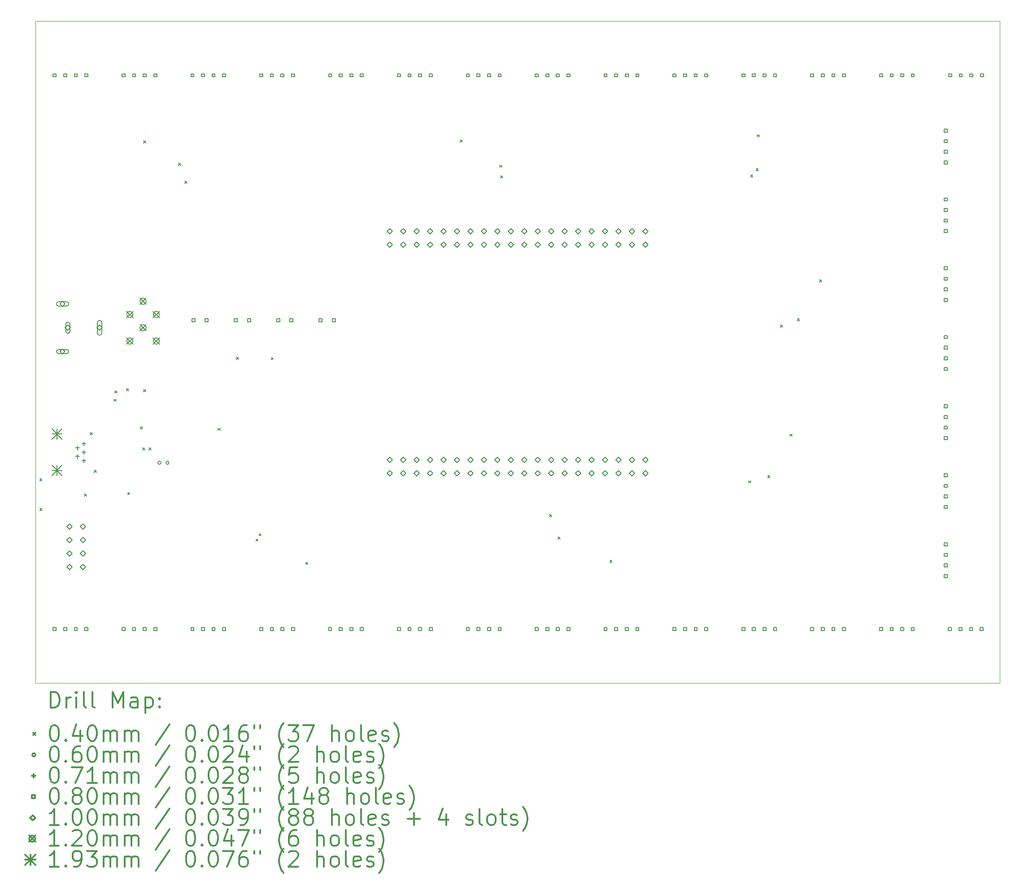
<source format=gbr>
%FSLAX45Y45*%
G04 Gerber Fmt 4.5, Leading zero omitted, Abs format (unit mm)*
G04 Created by KiCad (PCBNEW (5.1.6)-1) date 2021-04-23 16:12:56*
%MOMM*%
%LPD*%
G01*
G04 APERTURE LIST*
%TA.AperFunction,Profile*%
%ADD10C,0.050000*%
%TD*%
%ADD11C,0.200000*%
%ADD12C,0.300000*%
G04 APERTURE END LIST*
D10*
X25720000Y-3860000D02*
X7520000Y-3860000D01*
X25720000Y-16360000D02*
X7520000Y-16360000D01*
X25720000Y-3860000D02*
X25720000Y-16360000D01*
X7520000Y-3860000D02*
X7520000Y-16360000D01*
D11*
X7600000Y-12500000D02*
X7640000Y-12540000D01*
X7640000Y-12500000D02*
X7600000Y-12540000D01*
X7600000Y-13060000D02*
X7640000Y-13100000D01*
X7640000Y-13060000D02*
X7600000Y-13100000D01*
X8441801Y-12787777D02*
X8481801Y-12827777D01*
X8481801Y-12787777D02*
X8441801Y-12827777D01*
X8550000Y-11630000D02*
X8590000Y-11670000D01*
X8590000Y-11630000D02*
X8550000Y-11670000D01*
X8630000Y-12340000D02*
X8670000Y-12380000D01*
X8670000Y-12340000D02*
X8630000Y-12380000D01*
X9000000Y-11000000D02*
X9040000Y-11040000D01*
X9040000Y-11000000D02*
X9000000Y-11040000D01*
X9020000Y-10840000D02*
X9060000Y-10880000D01*
X9060000Y-10840000D02*
X9020000Y-10880000D01*
X9240000Y-10800000D02*
X9280000Y-10840000D01*
X9280000Y-10800000D02*
X9240000Y-10840000D01*
X9260000Y-12760000D02*
X9300000Y-12800000D01*
X9300000Y-12760000D02*
X9260000Y-12800000D01*
X9500000Y-11520000D02*
X9540000Y-11560000D01*
X9540000Y-11520000D02*
X9500000Y-11560000D01*
X9540000Y-11920000D02*
X9580000Y-11960000D01*
X9580000Y-11920000D02*
X9540000Y-11960000D01*
X9560000Y-6120000D02*
X9600000Y-6160000D01*
X9600000Y-6120000D02*
X9560000Y-6160000D01*
X9560000Y-10820000D02*
X9600000Y-10860000D01*
X9600000Y-10820000D02*
X9560000Y-10860000D01*
X9660000Y-11920000D02*
X9700000Y-11960000D01*
X9700000Y-11920000D02*
X9660000Y-11960000D01*
X10220000Y-6540000D02*
X10260000Y-6580000D01*
X10260000Y-6540000D02*
X10220000Y-6580000D01*
X10340000Y-6880000D02*
X10380000Y-6920000D01*
X10380000Y-6880000D02*
X10340000Y-6920000D01*
X10963185Y-11548614D02*
X11003185Y-11588614D01*
X11003185Y-11548614D02*
X10963185Y-11588614D01*
X11310000Y-10210000D02*
X11350000Y-10250000D01*
X11350000Y-10210000D02*
X11310000Y-10250000D01*
X11680000Y-13640000D02*
X11720000Y-13680000D01*
X11720000Y-13640000D02*
X11680000Y-13680000D01*
X11740000Y-13540000D02*
X11780000Y-13580000D01*
X11780000Y-13540000D02*
X11740000Y-13580000D01*
X11967500Y-10212500D02*
X12007500Y-10252500D01*
X12007500Y-10212500D02*
X11967500Y-10252500D01*
X12620000Y-14080000D02*
X12660000Y-14120000D01*
X12660000Y-14080000D02*
X12620000Y-14120000D01*
X15540000Y-6100000D02*
X15580000Y-6140000D01*
X15580000Y-6100000D02*
X15540000Y-6140000D01*
X16280000Y-6580000D02*
X16320000Y-6620000D01*
X16320000Y-6580000D02*
X16280000Y-6620000D01*
X16300000Y-6780000D02*
X16340000Y-6820000D01*
X16340000Y-6780000D02*
X16300000Y-6820000D01*
X17220000Y-13180000D02*
X17260000Y-13220000D01*
X17260000Y-13180000D02*
X17220000Y-13220000D01*
X17380000Y-13600000D02*
X17420000Y-13640000D01*
X17420000Y-13600000D02*
X17380000Y-13640000D01*
X18360000Y-14040000D02*
X18400000Y-14080000D01*
X18400000Y-14040000D02*
X18360000Y-14080000D01*
X20980000Y-12540000D02*
X21020000Y-12580000D01*
X21020000Y-12540000D02*
X20980000Y-12580000D01*
X21020000Y-6760000D02*
X21060000Y-6800000D01*
X21060000Y-6760000D02*
X21020000Y-6800000D01*
X21120000Y-6640000D02*
X21160000Y-6680000D01*
X21160000Y-6640000D02*
X21120000Y-6680000D01*
X21145025Y-6004436D02*
X21185025Y-6044436D01*
X21185025Y-6004436D02*
X21145025Y-6044436D01*
X21340000Y-12440000D02*
X21380000Y-12480000D01*
X21380000Y-12440000D02*
X21340000Y-12480000D01*
X21580000Y-9600000D02*
X21620000Y-9640000D01*
X21620000Y-9600000D02*
X21580000Y-9640000D01*
X21760000Y-11660000D02*
X21800000Y-11700000D01*
X21800000Y-11660000D02*
X21760000Y-11700000D01*
X21900000Y-9480000D02*
X21940000Y-9520000D01*
X21940000Y-9480000D02*
X21900000Y-9520000D01*
X22320000Y-8740000D02*
X22360000Y-8780000D01*
X22360000Y-8740000D02*
X22320000Y-8780000D01*
X9890000Y-12200000D02*
G75*
G03*
X9890000Y-12200000I-30000J0D01*
G01*
X10040000Y-12200000D02*
G75*
G03*
X10040000Y-12200000I-30000J0D01*
G01*
X8310000Y-11884440D02*
X8310000Y-11955560D01*
X8274440Y-11920000D02*
X8345560Y-11920000D01*
X8310000Y-12044440D02*
X8310000Y-12115560D01*
X8274440Y-12080000D02*
X8345560Y-12080000D01*
X8430000Y-11804440D02*
X8430000Y-11875560D01*
X8394440Y-11840000D02*
X8465560Y-11840000D01*
X8430000Y-11964440D02*
X8430000Y-12035560D01*
X8394440Y-12000000D02*
X8465560Y-12000000D01*
X8430000Y-12124440D02*
X8430000Y-12195560D01*
X8394440Y-12160000D02*
X8465560Y-12160000D01*
X23508284Y-15368284D02*
X23508284Y-15311715D01*
X23451715Y-15311715D01*
X23451715Y-15368284D01*
X23508284Y-15368284D01*
X23708284Y-15368284D02*
X23708284Y-15311715D01*
X23651715Y-15311715D01*
X23651715Y-15368284D01*
X23708284Y-15368284D01*
X23908284Y-15368284D02*
X23908284Y-15311715D01*
X23851715Y-15311715D01*
X23851715Y-15368284D01*
X23908284Y-15368284D01*
X24108284Y-15368284D02*
X24108284Y-15311715D01*
X24051715Y-15311715D01*
X24051715Y-15368284D01*
X24108284Y-15368284D01*
X18308285Y-4908285D02*
X18308285Y-4851716D01*
X18251716Y-4851716D01*
X18251716Y-4908285D01*
X18308285Y-4908285D01*
X18508285Y-4908285D02*
X18508285Y-4851716D01*
X18451716Y-4851716D01*
X18451716Y-4908285D01*
X18508285Y-4908285D01*
X18708285Y-4908285D02*
X18708285Y-4851716D01*
X18651716Y-4851716D01*
X18651716Y-4908285D01*
X18708285Y-4908285D01*
X18908285Y-4908285D02*
X18908285Y-4851716D01*
X18851716Y-4851716D01*
X18851716Y-4908285D01*
X18908285Y-4908285D01*
X17008285Y-4908285D02*
X17008285Y-4851716D01*
X16951716Y-4851716D01*
X16951716Y-4908285D01*
X17008285Y-4908285D01*
X17208285Y-4908285D02*
X17208285Y-4851716D01*
X17151716Y-4851716D01*
X17151716Y-4908285D01*
X17208285Y-4908285D01*
X17408285Y-4908285D02*
X17408285Y-4851716D01*
X17351716Y-4851716D01*
X17351716Y-4908285D01*
X17408285Y-4908285D01*
X17608285Y-4908285D02*
X17608285Y-4851716D01*
X17551716Y-4851716D01*
X17551716Y-4908285D01*
X17608285Y-4908285D01*
X10508285Y-15368284D02*
X10508285Y-15311715D01*
X10451716Y-15311715D01*
X10451716Y-15368284D01*
X10508285Y-15368284D01*
X10708285Y-15368284D02*
X10708285Y-15311715D01*
X10651716Y-15311715D01*
X10651716Y-15368284D01*
X10708285Y-15368284D01*
X10908285Y-15368284D02*
X10908285Y-15311715D01*
X10851716Y-15311715D01*
X10851716Y-15368284D01*
X10908285Y-15368284D01*
X11108285Y-15368284D02*
X11108285Y-15311715D01*
X11051716Y-15311715D01*
X11051716Y-15368284D01*
X11108285Y-15368284D01*
X24728284Y-9853285D02*
X24728284Y-9796716D01*
X24671715Y-9796716D01*
X24671715Y-9853285D01*
X24728284Y-9853285D01*
X24728284Y-10053285D02*
X24728284Y-9996716D01*
X24671715Y-9996716D01*
X24671715Y-10053285D01*
X24728284Y-10053285D01*
X24728284Y-10253285D02*
X24728284Y-10196716D01*
X24671715Y-10196716D01*
X24671715Y-10253285D01*
X24728284Y-10253285D01*
X24728284Y-10453285D02*
X24728284Y-10396716D01*
X24671715Y-10396716D01*
X24671715Y-10453285D01*
X24728284Y-10453285D01*
X12128284Y-9538285D02*
X12128284Y-9481716D01*
X12071715Y-9481716D01*
X12071715Y-9538285D01*
X12128284Y-9538285D01*
X12378284Y-9538285D02*
X12378284Y-9481716D01*
X12321715Y-9481716D01*
X12321715Y-9538285D01*
X12378284Y-9538285D01*
X24728284Y-11163285D02*
X24728284Y-11106716D01*
X24671715Y-11106716D01*
X24671715Y-11163285D01*
X24728284Y-11163285D01*
X24728284Y-11363284D02*
X24728284Y-11306715D01*
X24671715Y-11306715D01*
X24671715Y-11363284D01*
X24728284Y-11363284D01*
X24728284Y-11563284D02*
X24728284Y-11506715D01*
X24671715Y-11506715D01*
X24671715Y-11563284D01*
X24728284Y-11563284D01*
X24728284Y-11763284D02*
X24728284Y-11706715D01*
X24671715Y-11706715D01*
X24671715Y-11763284D01*
X24728284Y-11763284D01*
X24728284Y-13768284D02*
X24728284Y-13711715D01*
X24671715Y-13711715D01*
X24671715Y-13768284D01*
X24728284Y-13768284D01*
X24728284Y-13968284D02*
X24728284Y-13911715D01*
X24671715Y-13911715D01*
X24671715Y-13968284D01*
X24728284Y-13968284D01*
X24728284Y-14168284D02*
X24728284Y-14111715D01*
X24671715Y-14111715D01*
X24671715Y-14168284D01*
X24728284Y-14168284D01*
X24728284Y-14368284D02*
X24728284Y-14311715D01*
X24671715Y-14311715D01*
X24671715Y-14368284D01*
X24728284Y-14368284D01*
X10508285Y-4908285D02*
X10508285Y-4851716D01*
X10451716Y-4851716D01*
X10451716Y-4908285D01*
X10508285Y-4908285D01*
X10708285Y-4908285D02*
X10708285Y-4851716D01*
X10651716Y-4851716D01*
X10651716Y-4908285D01*
X10708285Y-4908285D01*
X10908285Y-4908285D02*
X10908285Y-4851716D01*
X10851716Y-4851716D01*
X10851716Y-4908285D01*
X10908285Y-4908285D01*
X11108285Y-4908285D02*
X11108285Y-4851716D01*
X11051716Y-4851716D01*
X11051716Y-4908285D01*
X11108285Y-4908285D01*
X20908285Y-4908285D02*
X20908285Y-4851716D01*
X20851716Y-4851716D01*
X20851716Y-4908285D01*
X20908285Y-4908285D01*
X21108285Y-4908285D02*
X21108285Y-4851716D01*
X21051716Y-4851716D01*
X21051716Y-4908285D01*
X21108285Y-4908285D01*
X21308285Y-4908285D02*
X21308285Y-4851716D01*
X21251716Y-4851716D01*
X21251716Y-4908285D01*
X21308285Y-4908285D01*
X21508285Y-4908285D02*
X21508285Y-4851716D01*
X21451716Y-4851716D01*
X21451716Y-4908285D01*
X21508285Y-4908285D01*
X22208285Y-15368284D02*
X22208285Y-15311715D01*
X22151716Y-15311715D01*
X22151716Y-15368284D01*
X22208285Y-15368284D01*
X22408284Y-15368284D02*
X22408284Y-15311715D01*
X22351716Y-15311715D01*
X22351716Y-15368284D01*
X22408284Y-15368284D01*
X22608284Y-15368284D02*
X22608284Y-15311715D01*
X22551715Y-15311715D01*
X22551715Y-15368284D01*
X22608284Y-15368284D01*
X22808284Y-15368284D02*
X22808284Y-15311715D01*
X22751715Y-15311715D01*
X22751715Y-15368284D01*
X22808284Y-15368284D01*
X22208285Y-4908285D02*
X22208285Y-4851716D01*
X22151716Y-4851716D01*
X22151716Y-4908285D01*
X22208285Y-4908285D01*
X22408284Y-4908285D02*
X22408284Y-4851716D01*
X22351716Y-4851716D01*
X22351716Y-4908285D01*
X22408284Y-4908285D01*
X22608284Y-4908285D02*
X22608284Y-4851716D01*
X22551715Y-4851716D01*
X22551715Y-4908285D01*
X22608284Y-4908285D01*
X22808284Y-4908285D02*
X22808284Y-4851716D01*
X22751715Y-4851716D01*
X22751715Y-4908285D01*
X22808284Y-4908285D01*
X24728284Y-12463284D02*
X24728284Y-12406715D01*
X24671715Y-12406715D01*
X24671715Y-12463284D01*
X24728284Y-12463284D01*
X24728284Y-12663284D02*
X24728284Y-12606715D01*
X24671715Y-12606715D01*
X24671715Y-12663284D01*
X24728284Y-12663284D01*
X24728284Y-12863284D02*
X24728284Y-12806715D01*
X24671715Y-12806715D01*
X24671715Y-12863284D01*
X24728284Y-12863284D01*
X24728284Y-13063284D02*
X24728284Y-13006715D01*
X24671715Y-13006715D01*
X24671715Y-13063284D01*
X24728284Y-13063284D01*
X19608285Y-4908285D02*
X19608285Y-4851716D01*
X19551716Y-4851716D01*
X19551716Y-4908285D01*
X19608285Y-4908285D01*
X19808285Y-4908285D02*
X19808285Y-4851716D01*
X19751716Y-4851716D01*
X19751716Y-4908285D01*
X19808285Y-4908285D01*
X20008285Y-4908285D02*
X20008285Y-4851716D01*
X19951716Y-4851716D01*
X19951716Y-4908285D01*
X20008285Y-4908285D01*
X20208285Y-4908285D02*
X20208285Y-4851716D01*
X20151716Y-4851716D01*
X20151716Y-4908285D01*
X20208285Y-4908285D01*
X11808284Y-15368284D02*
X11808284Y-15311715D01*
X11751715Y-15311715D01*
X11751715Y-15368284D01*
X11808284Y-15368284D01*
X12008284Y-15368284D02*
X12008284Y-15311715D01*
X11951715Y-15311715D01*
X11951715Y-15368284D01*
X12008284Y-15368284D01*
X12208284Y-15368284D02*
X12208284Y-15311715D01*
X12151715Y-15311715D01*
X12151715Y-15368284D01*
X12208284Y-15368284D01*
X12408284Y-15368284D02*
X12408284Y-15311715D01*
X12351715Y-15311715D01*
X12351715Y-15368284D01*
X12408284Y-15368284D01*
X20908285Y-15368284D02*
X20908285Y-15311715D01*
X20851716Y-15311715D01*
X20851716Y-15368284D01*
X20908285Y-15368284D01*
X21108285Y-15368284D02*
X21108285Y-15311715D01*
X21051716Y-15311715D01*
X21051716Y-15368284D01*
X21108285Y-15368284D01*
X21308285Y-15368284D02*
X21308285Y-15311715D01*
X21251716Y-15311715D01*
X21251716Y-15368284D01*
X21308285Y-15368284D01*
X21508285Y-15368284D02*
X21508285Y-15311715D01*
X21451716Y-15311715D01*
X21451716Y-15368284D01*
X21508285Y-15368284D01*
X23508284Y-4908285D02*
X23508284Y-4851716D01*
X23451715Y-4851716D01*
X23451715Y-4908285D01*
X23508284Y-4908285D01*
X23708284Y-4908285D02*
X23708284Y-4851716D01*
X23651715Y-4851716D01*
X23651715Y-4908285D01*
X23708284Y-4908285D01*
X23908284Y-4908285D02*
X23908284Y-4851716D01*
X23851715Y-4851716D01*
X23851715Y-4908285D01*
X23908284Y-4908285D01*
X24108284Y-4908285D02*
X24108284Y-4851716D01*
X24051715Y-4851716D01*
X24051715Y-4908285D01*
X24108284Y-4908285D01*
X13108284Y-4908285D02*
X13108284Y-4851716D01*
X13051715Y-4851716D01*
X13051715Y-4908285D01*
X13108284Y-4908285D01*
X13308284Y-4908285D02*
X13308284Y-4851716D01*
X13251715Y-4851716D01*
X13251715Y-4908285D01*
X13308284Y-4908285D01*
X13508284Y-4908285D02*
X13508284Y-4851716D01*
X13451715Y-4851716D01*
X13451715Y-4908285D01*
X13508284Y-4908285D01*
X13708284Y-4908285D02*
X13708284Y-4851716D01*
X13651715Y-4851716D01*
X13651715Y-4908285D01*
X13708284Y-4908285D01*
X9208285Y-15368284D02*
X9208285Y-15311715D01*
X9151716Y-15311715D01*
X9151716Y-15368284D01*
X9208285Y-15368284D01*
X9408285Y-15368284D02*
X9408285Y-15311715D01*
X9351716Y-15311715D01*
X9351716Y-15368284D01*
X9408285Y-15368284D01*
X9608285Y-15368284D02*
X9608285Y-15311715D01*
X9551716Y-15311715D01*
X9551716Y-15368284D01*
X9608285Y-15368284D01*
X9808285Y-15368284D02*
X9808285Y-15311715D01*
X9751716Y-15311715D01*
X9751716Y-15368284D01*
X9808285Y-15368284D01*
X18308285Y-15368284D02*
X18308285Y-15311715D01*
X18251716Y-15311715D01*
X18251716Y-15368284D01*
X18308285Y-15368284D01*
X18508285Y-15368284D02*
X18508285Y-15311715D01*
X18451716Y-15311715D01*
X18451716Y-15368284D01*
X18508285Y-15368284D01*
X18708285Y-15368284D02*
X18708285Y-15311715D01*
X18651716Y-15311715D01*
X18651716Y-15368284D01*
X18708285Y-15368284D01*
X18908285Y-15368284D02*
X18908285Y-15311715D01*
X18851716Y-15311715D01*
X18851716Y-15368284D01*
X18908285Y-15368284D01*
X24728284Y-5953284D02*
X24728284Y-5896715D01*
X24671715Y-5896715D01*
X24671715Y-5953284D01*
X24728284Y-5953284D01*
X24728284Y-6153284D02*
X24728284Y-6096715D01*
X24671715Y-6096715D01*
X24671715Y-6153284D01*
X24728284Y-6153284D01*
X24728284Y-6353284D02*
X24728284Y-6296715D01*
X24671715Y-6296715D01*
X24671715Y-6353284D01*
X24728284Y-6353284D01*
X24728284Y-6553284D02*
X24728284Y-6496715D01*
X24671715Y-6496715D01*
X24671715Y-6553284D01*
X24728284Y-6553284D01*
X7908284Y-15368284D02*
X7908284Y-15311715D01*
X7851715Y-15311715D01*
X7851715Y-15368284D01*
X7908284Y-15368284D01*
X8108284Y-15368284D02*
X8108284Y-15311715D01*
X8051715Y-15311715D01*
X8051715Y-15368284D01*
X8108284Y-15368284D01*
X8308284Y-15368284D02*
X8308284Y-15311715D01*
X8251715Y-15311715D01*
X8251715Y-15368284D01*
X8308284Y-15368284D01*
X8508285Y-15368284D02*
X8508285Y-15311715D01*
X8451716Y-15311715D01*
X8451716Y-15368284D01*
X8508285Y-15368284D01*
X12928284Y-9538285D02*
X12928284Y-9481716D01*
X12871715Y-9481716D01*
X12871715Y-9538285D01*
X12928284Y-9538285D01*
X13178284Y-9538285D02*
X13178284Y-9481716D01*
X13121715Y-9481716D01*
X13121715Y-9538285D01*
X13178284Y-9538285D01*
X17008285Y-15368284D02*
X17008285Y-15311715D01*
X16951716Y-15311715D01*
X16951716Y-15368284D01*
X17008285Y-15368284D01*
X17208285Y-15368284D02*
X17208285Y-15311715D01*
X17151716Y-15311715D01*
X17151716Y-15368284D01*
X17208285Y-15368284D01*
X17408285Y-15368284D02*
X17408285Y-15311715D01*
X17351716Y-15311715D01*
X17351716Y-15368284D01*
X17408285Y-15368284D01*
X17608285Y-15368284D02*
X17608285Y-15311715D01*
X17551716Y-15311715D01*
X17551716Y-15368284D01*
X17608285Y-15368284D01*
X24808284Y-15368284D02*
X24808284Y-15311715D01*
X24751715Y-15311715D01*
X24751715Y-15368284D01*
X24808284Y-15368284D01*
X25008284Y-15368284D02*
X25008284Y-15311715D01*
X24951715Y-15311715D01*
X24951715Y-15368284D01*
X25008284Y-15368284D01*
X25208284Y-15368284D02*
X25208284Y-15311715D01*
X25151715Y-15311715D01*
X25151715Y-15368284D01*
X25208284Y-15368284D01*
X25408284Y-15368284D02*
X25408284Y-15311715D01*
X25351715Y-15311715D01*
X25351715Y-15368284D01*
X25408284Y-15368284D01*
X7908284Y-4908285D02*
X7908284Y-4851716D01*
X7851715Y-4851716D01*
X7851715Y-4908285D01*
X7908284Y-4908285D01*
X8108284Y-4908285D02*
X8108284Y-4851716D01*
X8051715Y-4851716D01*
X8051715Y-4908285D01*
X8108284Y-4908285D01*
X8308284Y-4908285D02*
X8308284Y-4851716D01*
X8251715Y-4851716D01*
X8251715Y-4908285D01*
X8308284Y-4908285D01*
X8508285Y-4908285D02*
X8508285Y-4851716D01*
X8451716Y-4851716D01*
X8451716Y-4908285D01*
X8508285Y-4908285D01*
X9208285Y-4908285D02*
X9208285Y-4851716D01*
X9151716Y-4851716D01*
X9151716Y-4908285D01*
X9208285Y-4908285D01*
X9408285Y-4908285D02*
X9408285Y-4851716D01*
X9351716Y-4851716D01*
X9351716Y-4908285D01*
X9408285Y-4908285D01*
X9608285Y-4908285D02*
X9608285Y-4851716D01*
X9551716Y-4851716D01*
X9551716Y-4908285D01*
X9608285Y-4908285D01*
X9808285Y-4908285D02*
X9808285Y-4851716D01*
X9751716Y-4851716D01*
X9751716Y-4908285D01*
X9808285Y-4908285D01*
X11808284Y-4908285D02*
X11808284Y-4851716D01*
X11751715Y-4851716D01*
X11751715Y-4908285D01*
X11808284Y-4908285D01*
X12008284Y-4908285D02*
X12008284Y-4851716D01*
X11951715Y-4851716D01*
X11951715Y-4908285D01*
X12008284Y-4908285D01*
X12208284Y-4908285D02*
X12208284Y-4851716D01*
X12151715Y-4851716D01*
X12151715Y-4908285D01*
X12208284Y-4908285D01*
X12408284Y-4908285D02*
X12408284Y-4851716D01*
X12351715Y-4851716D01*
X12351715Y-4908285D01*
X12408284Y-4908285D01*
X13108284Y-15368284D02*
X13108284Y-15311715D01*
X13051715Y-15311715D01*
X13051715Y-15368284D01*
X13108284Y-15368284D01*
X13308284Y-15368284D02*
X13308284Y-15311715D01*
X13251715Y-15311715D01*
X13251715Y-15368284D01*
X13308284Y-15368284D01*
X13508284Y-15368284D02*
X13508284Y-15311715D01*
X13451715Y-15311715D01*
X13451715Y-15368284D01*
X13508284Y-15368284D01*
X13708284Y-15368284D02*
X13708284Y-15311715D01*
X13651715Y-15311715D01*
X13651715Y-15368284D01*
X13708284Y-15368284D01*
X24813284Y-4908285D02*
X24813284Y-4851716D01*
X24756715Y-4851716D01*
X24756715Y-4908285D01*
X24813284Y-4908285D01*
X25013284Y-4908285D02*
X25013284Y-4851716D01*
X24956715Y-4851716D01*
X24956715Y-4908285D01*
X25013284Y-4908285D01*
X25213284Y-4908285D02*
X25213284Y-4851716D01*
X25156715Y-4851716D01*
X25156715Y-4908285D01*
X25213284Y-4908285D01*
X25413284Y-4908285D02*
X25413284Y-4851716D01*
X25356715Y-4851716D01*
X25356715Y-4908285D01*
X25413284Y-4908285D01*
X10528285Y-9538285D02*
X10528285Y-9481716D01*
X10471716Y-9481716D01*
X10471716Y-9538285D01*
X10528285Y-9538285D01*
X10778285Y-9538285D02*
X10778285Y-9481716D01*
X10721716Y-9481716D01*
X10721716Y-9538285D01*
X10778285Y-9538285D01*
X15708284Y-15368284D02*
X15708284Y-15311715D01*
X15651715Y-15311715D01*
X15651715Y-15368284D01*
X15708284Y-15368284D01*
X15908284Y-15368284D02*
X15908284Y-15311715D01*
X15851715Y-15311715D01*
X15851715Y-15368284D01*
X15908284Y-15368284D01*
X16108284Y-15368284D02*
X16108284Y-15311715D01*
X16051715Y-15311715D01*
X16051715Y-15368284D01*
X16108284Y-15368284D01*
X16308284Y-15368284D02*
X16308284Y-15311715D01*
X16251715Y-15311715D01*
X16251715Y-15368284D01*
X16308284Y-15368284D01*
X24728284Y-8553285D02*
X24728284Y-8496716D01*
X24671715Y-8496716D01*
X24671715Y-8553285D01*
X24728284Y-8553285D01*
X24728284Y-8753285D02*
X24728284Y-8696716D01*
X24671715Y-8696716D01*
X24671715Y-8753285D01*
X24728284Y-8753285D01*
X24728284Y-8953285D02*
X24728284Y-8896716D01*
X24671715Y-8896716D01*
X24671715Y-8953285D01*
X24728284Y-8953285D01*
X24728284Y-9153285D02*
X24728284Y-9096716D01*
X24671715Y-9096716D01*
X24671715Y-9153285D01*
X24728284Y-9153285D01*
X14408284Y-15368284D02*
X14408284Y-15311715D01*
X14351715Y-15311715D01*
X14351715Y-15368284D01*
X14408284Y-15368284D01*
X14608284Y-15368284D02*
X14608284Y-15311715D01*
X14551715Y-15311715D01*
X14551715Y-15368284D01*
X14608284Y-15368284D01*
X14808284Y-15368284D02*
X14808284Y-15311715D01*
X14751715Y-15311715D01*
X14751715Y-15368284D01*
X14808284Y-15368284D01*
X15008284Y-15368284D02*
X15008284Y-15311715D01*
X14951715Y-15311715D01*
X14951715Y-15368284D01*
X15008284Y-15368284D01*
X15708284Y-4908285D02*
X15708284Y-4851716D01*
X15651715Y-4851716D01*
X15651715Y-4908285D01*
X15708284Y-4908285D01*
X15908284Y-4908285D02*
X15908284Y-4851716D01*
X15851715Y-4851716D01*
X15851715Y-4908285D01*
X15908284Y-4908285D01*
X16108284Y-4908285D02*
X16108284Y-4851716D01*
X16051715Y-4851716D01*
X16051715Y-4908285D01*
X16108284Y-4908285D01*
X16308284Y-4908285D02*
X16308284Y-4851716D01*
X16251715Y-4851716D01*
X16251715Y-4908285D01*
X16308284Y-4908285D01*
X14408284Y-4908285D02*
X14408284Y-4851716D01*
X14351715Y-4851716D01*
X14351715Y-4908285D01*
X14408284Y-4908285D01*
X14608284Y-4908285D02*
X14608284Y-4851716D01*
X14551715Y-4851716D01*
X14551715Y-4908285D01*
X14608284Y-4908285D01*
X14808284Y-4908285D02*
X14808284Y-4851716D01*
X14751715Y-4851716D01*
X14751715Y-4908285D01*
X14808284Y-4908285D01*
X15008284Y-4908285D02*
X15008284Y-4851716D01*
X14951715Y-4851716D01*
X14951715Y-4908285D01*
X15008284Y-4908285D01*
X24728284Y-7253284D02*
X24728284Y-7196715D01*
X24671715Y-7196715D01*
X24671715Y-7253284D01*
X24728284Y-7253284D01*
X24728284Y-7453284D02*
X24728284Y-7396715D01*
X24671715Y-7396715D01*
X24671715Y-7453284D01*
X24728284Y-7453284D01*
X24728284Y-7653284D02*
X24728284Y-7596715D01*
X24671715Y-7596715D01*
X24671715Y-7653284D01*
X24728284Y-7653284D01*
X24728284Y-7853284D02*
X24728284Y-7796715D01*
X24671715Y-7796715D01*
X24671715Y-7853284D01*
X24728284Y-7853284D01*
X11328284Y-9538285D02*
X11328284Y-9481716D01*
X11271715Y-9481716D01*
X11271715Y-9538285D01*
X11328284Y-9538285D01*
X11578284Y-9538285D02*
X11578284Y-9481716D01*
X11521715Y-9481716D01*
X11521715Y-9538285D01*
X11578284Y-9538285D01*
X19608285Y-15368284D02*
X19608285Y-15311715D01*
X19551716Y-15311715D01*
X19551716Y-15368284D01*
X19608285Y-15368284D01*
X19808285Y-15368284D02*
X19808285Y-15311715D01*
X19751716Y-15311715D01*
X19751716Y-15368284D01*
X19808285Y-15368284D01*
X20008285Y-15368284D02*
X20008285Y-15311715D01*
X19951716Y-15311715D01*
X19951716Y-15368284D01*
X20008285Y-15368284D01*
X20208285Y-15368284D02*
X20208285Y-15311715D01*
X20151716Y-15311715D01*
X20151716Y-15368284D01*
X20208285Y-15368284D01*
X8160000Y-13460000D02*
X8210000Y-13410000D01*
X8160000Y-13360000D01*
X8110000Y-13410000D01*
X8160000Y-13460000D01*
X8160000Y-13714000D02*
X8210000Y-13664000D01*
X8160000Y-13614000D01*
X8110000Y-13664000D01*
X8160000Y-13714000D01*
X8160000Y-13968000D02*
X8210000Y-13918000D01*
X8160000Y-13868000D01*
X8110000Y-13918000D01*
X8160000Y-13968000D01*
X8160000Y-14222000D02*
X8210000Y-14172000D01*
X8160000Y-14122000D01*
X8110000Y-14172000D01*
X8160000Y-14222000D01*
X8414000Y-13460000D02*
X8464000Y-13410000D01*
X8414000Y-13360000D01*
X8364000Y-13410000D01*
X8414000Y-13460000D01*
X8414000Y-13714000D02*
X8464000Y-13664000D01*
X8414000Y-13614000D01*
X8364000Y-13664000D01*
X8414000Y-13714000D01*
X8414000Y-13968000D02*
X8464000Y-13918000D01*
X8414000Y-13868000D01*
X8364000Y-13918000D01*
X8414000Y-13968000D01*
X8414000Y-14222000D02*
X8464000Y-14172000D01*
X8414000Y-14122000D01*
X8364000Y-14172000D01*
X8414000Y-14222000D01*
X14210000Y-7880000D02*
X14260000Y-7830000D01*
X14210000Y-7780000D01*
X14160000Y-7830000D01*
X14210000Y-7880000D01*
X14210000Y-8134000D02*
X14260000Y-8084000D01*
X14210000Y-8034000D01*
X14160000Y-8084000D01*
X14210000Y-8134000D01*
X14464000Y-7880000D02*
X14514000Y-7830000D01*
X14464000Y-7780000D01*
X14414000Y-7830000D01*
X14464000Y-7880000D01*
X14464000Y-8134000D02*
X14514000Y-8084000D01*
X14464000Y-8034000D01*
X14414000Y-8084000D01*
X14464000Y-8134000D01*
X14718000Y-7880000D02*
X14768000Y-7830000D01*
X14718000Y-7780000D01*
X14668000Y-7830000D01*
X14718000Y-7880000D01*
X14718000Y-8134000D02*
X14768000Y-8084000D01*
X14718000Y-8034000D01*
X14668000Y-8084000D01*
X14718000Y-8134000D01*
X14972000Y-7880000D02*
X15022000Y-7830000D01*
X14972000Y-7780000D01*
X14922000Y-7830000D01*
X14972000Y-7880000D01*
X14972000Y-8134000D02*
X15022000Y-8084000D01*
X14972000Y-8034000D01*
X14922000Y-8084000D01*
X14972000Y-8134000D01*
X15226000Y-7880000D02*
X15276000Y-7830000D01*
X15226000Y-7780000D01*
X15176000Y-7830000D01*
X15226000Y-7880000D01*
X15226000Y-8134000D02*
X15276000Y-8084000D01*
X15226000Y-8034000D01*
X15176000Y-8084000D01*
X15226000Y-8134000D01*
X15480000Y-7880000D02*
X15530000Y-7830000D01*
X15480000Y-7780000D01*
X15430000Y-7830000D01*
X15480000Y-7880000D01*
X15480000Y-8134000D02*
X15530000Y-8084000D01*
X15480000Y-8034000D01*
X15430000Y-8084000D01*
X15480000Y-8134000D01*
X15734000Y-7880000D02*
X15784000Y-7830000D01*
X15734000Y-7780000D01*
X15684000Y-7830000D01*
X15734000Y-7880000D01*
X15734000Y-8134000D02*
X15784000Y-8084000D01*
X15734000Y-8034000D01*
X15684000Y-8084000D01*
X15734000Y-8134000D01*
X15988000Y-7880000D02*
X16038000Y-7830000D01*
X15988000Y-7780000D01*
X15938000Y-7830000D01*
X15988000Y-7880000D01*
X15988000Y-8134000D02*
X16038000Y-8084000D01*
X15988000Y-8034000D01*
X15938000Y-8084000D01*
X15988000Y-8134000D01*
X16242000Y-7880000D02*
X16292000Y-7830000D01*
X16242000Y-7780000D01*
X16192000Y-7830000D01*
X16242000Y-7880000D01*
X16242000Y-8134000D02*
X16292000Y-8084000D01*
X16242000Y-8034000D01*
X16192000Y-8084000D01*
X16242000Y-8134000D01*
X16496000Y-7880000D02*
X16546000Y-7830000D01*
X16496000Y-7780000D01*
X16446000Y-7830000D01*
X16496000Y-7880000D01*
X16496000Y-8134000D02*
X16546000Y-8084000D01*
X16496000Y-8034000D01*
X16446000Y-8084000D01*
X16496000Y-8134000D01*
X16750000Y-7880000D02*
X16800000Y-7830000D01*
X16750000Y-7780000D01*
X16700000Y-7830000D01*
X16750000Y-7880000D01*
X16750000Y-8134000D02*
X16800000Y-8084000D01*
X16750000Y-8034000D01*
X16700000Y-8084000D01*
X16750000Y-8134000D01*
X17004000Y-7880000D02*
X17054000Y-7830000D01*
X17004000Y-7780000D01*
X16954000Y-7830000D01*
X17004000Y-7880000D01*
X17004000Y-8134000D02*
X17054000Y-8084000D01*
X17004000Y-8034000D01*
X16954000Y-8084000D01*
X17004000Y-8134000D01*
X17258000Y-7880000D02*
X17308000Y-7830000D01*
X17258000Y-7780000D01*
X17208000Y-7830000D01*
X17258000Y-7880000D01*
X17258000Y-8134000D02*
X17308000Y-8084000D01*
X17258000Y-8034000D01*
X17208000Y-8084000D01*
X17258000Y-8134000D01*
X17512000Y-7880000D02*
X17562000Y-7830000D01*
X17512000Y-7780000D01*
X17462000Y-7830000D01*
X17512000Y-7880000D01*
X17512000Y-8134000D02*
X17562000Y-8084000D01*
X17512000Y-8034000D01*
X17462000Y-8084000D01*
X17512000Y-8134000D01*
X17766000Y-7880000D02*
X17816000Y-7830000D01*
X17766000Y-7780000D01*
X17716000Y-7830000D01*
X17766000Y-7880000D01*
X17766000Y-8134000D02*
X17816000Y-8084000D01*
X17766000Y-8034000D01*
X17716000Y-8084000D01*
X17766000Y-8134000D01*
X18020000Y-7880000D02*
X18070000Y-7830000D01*
X18020000Y-7780000D01*
X17970000Y-7830000D01*
X18020000Y-7880000D01*
X18020000Y-8134000D02*
X18070000Y-8084000D01*
X18020000Y-8034000D01*
X17970000Y-8084000D01*
X18020000Y-8134000D01*
X18274000Y-7880000D02*
X18324000Y-7830000D01*
X18274000Y-7780000D01*
X18224000Y-7830000D01*
X18274000Y-7880000D01*
X18274000Y-8134000D02*
X18324000Y-8084000D01*
X18274000Y-8034000D01*
X18224000Y-8084000D01*
X18274000Y-8134000D01*
X18528000Y-7880000D02*
X18578000Y-7830000D01*
X18528000Y-7780000D01*
X18478000Y-7830000D01*
X18528000Y-7880000D01*
X18528000Y-8134000D02*
X18578000Y-8084000D01*
X18528000Y-8034000D01*
X18478000Y-8084000D01*
X18528000Y-8134000D01*
X18782000Y-7880000D02*
X18832000Y-7830000D01*
X18782000Y-7780000D01*
X18732000Y-7830000D01*
X18782000Y-7880000D01*
X18782000Y-8134000D02*
X18832000Y-8084000D01*
X18782000Y-8034000D01*
X18732000Y-8084000D01*
X18782000Y-8134000D01*
X19036000Y-7880000D02*
X19086000Y-7830000D01*
X19036000Y-7780000D01*
X18986000Y-7830000D01*
X19036000Y-7880000D01*
X19036000Y-8134000D02*
X19086000Y-8084000D01*
X19036000Y-8034000D01*
X18986000Y-8084000D01*
X19036000Y-8134000D01*
X14210021Y-12198047D02*
X14260021Y-12148047D01*
X14210021Y-12098047D01*
X14160021Y-12148047D01*
X14210021Y-12198047D01*
X14210021Y-12452047D02*
X14260021Y-12402047D01*
X14210021Y-12352047D01*
X14160021Y-12402047D01*
X14210021Y-12452047D01*
X14464021Y-12198047D02*
X14514021Y-12148047D01*
X14464021Y-12098047D01*
X14414021Y-12148047D01*
X14464021Y-12198047D01*
X14464021Y-12452047D02*
X14514021Y-12402047D01*
X14464021Y-12352047D01*
X14414021Y-12402047D01*
X14464021Y-12452047D01*
X14718021Y-12198047D02*
X14768021Y-12148047D01*
X14718021Y-12098047D01*
X14668021Y-12148047D01*
X14718021Y-12198047D01*
X14718021Y-12452047D02*
X14768021Y-12402047D01*
X14718021Y-12352047D01*
X14668021Y-12402047D01*
X14718021Y-12452047D01*
X14972021Y-12198047D02*
X15022021Y-12148047D01*
X14972021Y-12098047D01*
X14922021Y-12148047D01*
X14972021Y-12198047D01*
X14972021Y-12452047D02*
X15022021Y-12402047D01*
X14972021Y-12352047D01*
X14922021Y-12402047D01*
X14972021Y-12452047D01*
X15226021Y-12198047D02*
X15276021Y-12148047D01*
X15226021Y-12098047D01*
X15176021Y-12148047D01*
X15226021Y-12198047D01*
X15226021Y-12452047D02*
X15276021Y-12402047D01*
X15226021Y-12352047D01*
X15176021Y-12402047D01*
X15226021Y-12452047D01*
X15480021Y-12198047D02*
X15530021Y-12148047D01*
X15480021Y-12098047D01*
X15430021Y-12148047D01*
X15480021Y-12198047D01*
X15480021Y-12452047D02*
X15530021Y-12402047D01*
X15480021Y-12352047D01*
X15430021Y-12402047D01*
X15480021Y-12452047D01*
X15734021Y-12198047D02*
X15784021Y-12148047D01*
X15734021Y-12098047D01*
X15684021Y-12148047D01*
X15734021Y-12198047D01*
X15734021Y-12452047D02*
X15784021Y-12402047D01*
X15734021Y-12352047D01*
X15684021Y-12402047D01*
X15734021Y-12452047D01*
X15988021Y-12198047D02*
X16038021Y-12148047D01*
X15988021Y-12098047D01*
X15938021Y-12148047D01*
X15988021Y-12198047D01*
X15988021Y-12452047D02*
X16038021Y-12402047D01*
X15988021Y-12352047D01*
X15938021Y-12402047D01*
X15988021Y-12452047D01*
X16242021Y-12198047D02*
X16292021Y-12148047D01*
X16242021Y-12098047D01*
X16192021Y-12148047D01*
X16242021Y-12198047D01*
X16242021Y-12452047D02*
X16292021Y-12402047D01*
X16242021Y-12352047D01*
X16192021Y-12402047D01*
X16242021Y-12452047D01*
X16496021Y-12198047D02*
X16546021Y-12148047D01*
X16496021Y-12098047D01*
X16446021Y-12148047D01*
X16496021Y-12198047D01*
X16496021Y-12452047D02*
X16546021Y-12402047D01*
X16496021Y-12352047D01*
X16446021Y-12402047D01*
X16496021Y-12452047D01*
X16750021Y-12198047D02*
X16800021Y-12148047D01*
X16750021Y-12098047D01*
X16700021Y-12148047D01*
X16750021Y-12198047D01*
X16750021Y-12452047D02*
X16800021Y-12402047D01*
X16750021Y-12352047D01*
X16700021Y-12402047D01*
X16750021Y-12452047D01*
X17004021Y-12198047D02*
X17054021Y-12148047D01*
X17004021Y-12098047D01*
X16954021Y-12148047D01*
X17004021Y-12198047D01*
X17004021Y-12452047D02*
X17054021Y-12402047D01*
X17004021Y-12352047D01*
X16954021Y-12402047D01*
X17004021Y-12452047D01*
X17258021Y-12198047D02*
X17308021Y-12148047D01*
X17258021Y-12098047D01*
X17208021Y-12148047D01*
X17258021Y-12198047D01*
X17258021Y-12452047D02*
X17308021Y-12402047D01*
X17258021Y-12352047D01*
X17208021Y-12402047D01*
X17258021Y-12452047D01*
X17512021Y-12198047D02*
X17562021Y-12148047D01*
X17512021Y-12098047D01*
X17462021Y-12148047D01*
X17512021Y-12198047D01*
X17512021Y-12452047D02*
X17562021Y-12402047D01*
X17512021Y-12352047D01*
X17462021Y-12402047D01*
X17512021Y-12452047D01*
X17766021Y-12198047D02*
X17816021Y-12148047D01*
X17766021Y-12098047D01*
X17716021Y-12148047D01*
X17766021Y-12198047D01*
X17766021Y-12452047D02*
X17816021Y-12402047D01*
X17766021Y-12352047D01*
X17716021Y-12402047D01*
X17766021Y-12452047D01*
X18020021Y-12198047D02*
X18070021Y-12148047D01*
X18020021Y-12098047D01*
X17970021Y-12148047D01*
X18020021Y-12198047D01*
X18020021Y-12452047D02*
X18070021Y-12402047D01*
X18020021Y-12352047D01*
X17970021Y-12402047D01*
X18020021Y-12452047D01*
X18274021Y-12198047D02*
X18324021Y-12148047D01*
X18274021Y-12098047D01*
X18224021Y-12148047D01*
X18274021Y-12198047D01*
X18274021Y-12452047D02*
X18324021Y-12402047D01*
X18274021Y-12352047D01*
X18224021Y-12402047D01*
X18274021Y-12452047D01*
X18528021Y-12198047D02*
X18578021Y-12148047D01*
X18528021Y-12098047D01*
X18478021Y-12148047D01*
X18528021Y-12198047D01*
X18528021Y-12452047D02*
X18578021Y-12402047D01*
X18528021Y-12352047D01*
X18478021Y-12402047D01*
X18528021Y-12452047D01*
X18782021Y-12198047D02*
X18832021Y-12148047D01*
X18782021Y-12098047D01*
X18732021Y-12148047D01*
X18782021Y-12198047D01*
X18782021Y-12452047D02*
X18832021Y-12402047D01*
X18782021Y-12352047D01*
X18732021Y-12402047D01*
X18782021Y-12452047D01*
X19036021Y-12198047D02*
X19086021Y-12148047D01*
X19036021Y-12098047D01*
X18986021Y-12148047D01*
X19036021Y-12198047D01*
X19036021Y-12452047D02*
X19086021Y-12402047D01*
X19036021Y-12352047D01*
X18986021Y-12402047D01*
X19036021Y-12452047D01*
X8030000Y-9250000D02*
X8080000Y-9200000D01*
X8030000Y-9150000D01*
X7980000Y-9200000D01*
X8030000Y-9250000D01*
X8105000Y-9160000D02*
X7955000Y-9160000D01*
X8105000Y-9240000D02*
X7955000Y-9240000D01*
X7955000Y-9160000D02*
G75*
G03*
X7955000Y-9240000I0J-40000D01*
G01*
X8105000Y-9240000D02*
G75*
G03*
X8105000Y-9160000I0J40000D01*
G01*
X8030000Y-10150000D02*
X8080000Y-10100000D01*
X8030000Y-10050000D01*
X7980000Y-10100000D01*
X8030000Y-10150000D01*
X8105000Y-10060000D02*
X7955000Y-10060000D01*
X8105000Y-10140000D02*
X7955000Y-10140000D01*
X7955000Y-10060000D02*
G75*
G03*
X7955000Y-10140000I0J-40000D01*
G01*
X8105000Y-10140000D02*
G75*
G03*
X8105000Y-10060000I0J40000D01*
G01*
X8130000Y-9700000D02*
X8180000Y-9650000D01*
X8130000Y-9600000D01*
X8080000Y-9650000D01*
X8130000Y-9700000D01*
X8090000Y-9585000D02*
X8090000Y-9715000D01*
X8170000Y-9585000D02*
X8170000Y-9715000D01*
X8090000Y-9715000D02*
G75*
G03*
X8170000Y-9715000I40000J0D01*
G01*
X8170000Y-9585000D02*
G75*
G03*
X8090000Y-9585000I-40000J0D01*
G01*
X8730000Y-9700000D02*
X8780000Y-9650000D01*
X8730000Y-9600000D01*
X8680000Y-9650000D01*
X8730000Y-9700000D01*
X8690000Y-9550000D02*
X8690000Y-9750000D01*
X8770000Y-9550000D02*
X8770000Y-9750000D01*
X8690000Y-9750000D02*
G75*
G03*
X8770000Y-9750000I40000J0D01*
G01*
X8770000Y-9550000D02*
G75*
G03*
X8690000Y-9550000I-40000J0D01*
G01*
X9240000Y-9340000D02*
X9360000Y-9460000D01*
X9360000Y-9340000D02*
X9240000Y-9460000D01*
X9360000Y-9400000D02*
G75*
G03*
X9360000Y-9400000I-60000J0D01*
G01*
X9240000Y-9840000D02*
X9360000Y-9960000D01*
X9360000Y-9840000D02*
X9240000Y-9960000D01*
X9360000Y-9900000D02*
G75*
G03*
X9360000Y-9900000I-60000J0D01*
G01*
X9490000Y-9090000D02*
X9610000Y-9210000D01*
X9610000Y-9090000D02*
X9490000Y-9210000D01*
X9610000Y-9150000D02*
G75*
G03*
X9610000Y-9150000I-60000J0D01*
G01*
X9490000Y-9590000D02*
X9610000Y-9710000D01*
X9610000Y-9590000D02*
X9490000Y-9710000D01*
X9610000Y-9650000D02*
G75*
G03*
X9610000Y-9650000I-60000J0D01*
G01*
X9740000Y-9340000D02*
X9860000Y-9460000D01*
X9860000Y-9340000D02*
X9740000Y-9460000D01*
X9860000Y-9400000D02*
G75*
G03*
X9860000Y-9400000I-60000J0D01*
G01*
X9740000Y-9840000D02*
X9860000Y-9960000D01*
X9860000Y-9840000D02*
X9740000Y-9960000D01*
X9860000Y-9900000D02*
G75*
G03*
X9860000Y-9900000I-60000J0D01*
G01*
X7828480Y-11558480D02*
X8021520Y-11751520D01*
X8021520Y-11558480D02*
X7828480Y-11751520D01*
X7925000Y-11558480D02*
X7925000Y-11751520D01*
X7828480Y-11655000D02*
X8021520Y-11655000D01*
X7828480Y-12248480D02*
X8021520Y-12441520D01*
X8021520Y-12248480D02*
X7828480Y-12441520D01*
X7925000Y-12248480D02*
X7925000Y-12441520D01*
X7828480Y-12345000D02*
X8021520Y-12345000D01*
D12*
X7803928Y-16828214D02*
X7803928Y-16528214D01*
X7875357Y-16528214D01*
X7918214Y-16542500D01*
X7946786Y-16571071D01*
X7961071Y-16599643D01*
X7975357Y-16656786D01*
X7975357Y-16699643D01*
X7961071Y-16756786D01*
X7946786Y-16785357D01*
X7918214Y-16813929D01*
X7875357Y-16828214D01*
X7803928Y-16828214D01*
X8103928Y-16828214D02*
X8103928Y-16628214D01*
X8103928Y-16685357D02*
X8118214Y-16656786D01*
X8132500Y-16642500D01*
X8161071Y-16628214D01*
X8189643Y-16628214D01*
X8289643Y-16828214D02*
X8289643Y-16628214D01*
X8289643Y-16528214D02*
X8275357Y-16542500D01*
X8289643Y-16556786D01*
X8303928Y-16542500D01*
X8289643Y-16528214D01*
X8289643Y-16556786D01*
X8475357Y-16828214D02*
X8446786Y-16813929D01*
X8432500Y-16785357D01*
X8432500Y-16528214D01*
X8632500Y-16828214D02*
X8603928Y-16813929D01*
X8589643Y-16785357D01*
X8589643Y-16528214D01*
X8975357Y-16828214D02*
X8975357Y-16528214D01*
X9075357Y-16742500D01*
X9175357Y-16528214D01*
X9175357Y-16828214D01*
X9446786Y-16828214D02*
X9446786Y-16671071D01*
X9432500Y-16642500D01*
X9403928Y-16628214D01*
X9346786Y-16628214D01*
X9318214Y-16642500D01*
X9446786Y-16813929D02*
X9418214Y-16828214D01*
X9346786Y-16828214D01*
X9318214Y-16813929D01*
X9303928Y-16785357D01*
X9303928Y-16756786D01*
X9318214Y-16728214D01*
X9346786Y-16713929D01*
X9418214Y-16713929D01*
X9446786Y-16699643D01*
X9589643Y-16628214D02*
X9589643Y-16928214D01*
X9589643Y-16642500D02*
X9618214Y-16628214D01*
X9675357Y-16628214D01*
X9703928Y-16642500D01*
X9718214Y-16656786D01*
X9732500Y-16685357D01*
X9732500Y-16771071D01*
X9718214Y-16799643D01*
X9703928Y-16813929D01*
X9675357Y-16828214D01*
X9618214Y-16828214D01*
X9589643Y-16813929D01*
X9861071Y-16799643D02*
X9875357Y-16813929D01*
X9861071Y-16828214D01*
X9846786Y-16813929D01*
X9861071Y-16799643D01*
X9861071Y-16828214D01*
X9861071Y-16642500D02*
X9875357Y-16656786D01*
X9861071Y-16671071D01*
X9846786Y-16656786D01*
X9861071Y-16642500D01*
X9861071Y-16671071D01*
X7477500Y-17302500D02*
X7517500Y-17342500D01*
X7517500Y-17302500D02*
X7477500Y-17342500D01*
X7861071Y-17158214D02*
X7889643Y-17158214D01*
X7918214Y-17172500D01*
X7932500Y-17186786D01*
X7946786Y-17215357D01*
X7961071Y-17272500D01*
X7961071Y-17343929D01*
X7946786Y-17401072D01*
X7932500Y-17429643D01*
X7918214Y-17443929D01*
X7889643Y-17458214D01*
X7861071Y-17458214D01*
X7832500Y-17443929D01*
X7818214Y-17429643D01*
X7803928Y-17401072D01*
X7789643Y-17343929D01*
X7789643Y-17272500D01*
X7803928Y-17215357D01*
X7818214Y-17186786D01*
X7832500Y-17172500D01*
X7861071Y-17158214D01*
X8089643Y-17429643D02*
X8103928Y-17443929D01*
X8089643Y-17458214D01*
X8075357Y-17443929D01*
X8089643Y-17429643D01*
X8089643Y-17458214D01*
X8361071Y-17258214D02*
X8361071Y-17458214D01*
X8289643Y-17143929D02*
X8218214Y-17358214D01*
X8403928Y-17358214D01*
X8575357Y-17158214D02*
X8603928Y-17158214D01*
X8632500Y-17172500D01*
X8646786Y-17186786D01*
X8661071Y-17215357D01*
X8675357Y-17272500D01*
X8675357Y-17343929D01*
X8661071Y-17401072D01*
X8646786Y-17429643D01*
X8632500Y-17443929D01*
X8603928Y-17458214D01*
X8575357Y-17458214D01*
X8546786Y-17443929D01*
X8532500Y-17429643D01*
X8518214Y-17401072D01*
X8503928Y-17343929D01*
X8503928Y-17272500D01*
X8518214Y-17215357D01*
X8532500Y-17186786D01*
X8546786Y-17172500D01*
X8575357Y-17158214D01*
X8803928Y-17458214D02*
X8803928Y-17258214D01*
X8803928Y-17286786D02*
X8818214Y-17272500D01*
X8846786Y-17258214D01*
X8889643Y-17258214D01*
X8918214Y-17272500D01*
X8932500Y-17301072D01*
X8932500Y-17458214D01*
X8932500Y-17301072D02*
X8946786Y-17272500D01*
X8975357Y-17258214D01*
X9018214Y-17258214D01*
X9046786Y-17272500D01*
X9061071Y-17301072D01*
X9061071Y-17458214D01*
X9203928Y-17458214D02*
X9203928Y-17258214D01*
X9203928Y-17286786D02*
X9218214Y-17272500D01*
X9246786Y-17258214D01*
X9289643Y-17258214D01*
X9318214Y-17272500D01*
X9332500Y-17301072D01*
X9332500Y-17458214D01*
X9332500Y-17301072D02*
X9346786Y-17272500D01*
X9375357Y-17258214D01*
X9418214Y-17258214D01*
X9446786Y-17272500D01*
X9461071Y-17301072D01*
X9461071Y-17458214D01*
X10046786Y-17143929D02*
X9789643Y-17529643D01*
X10432500Y-17158214D02*
X10461071Y-17158214D01*
X10489643Y-17172500D01*
X10503928Y-17186786D01*
X10518214Y-17215357D01*
X10532500Y-17272500D01*
X10532500Y-17343929D01*
X10518214Y-17401072D01*
X10503928Y-17429643D01*
X10489643Y-17443929D01*
X10461071Y-17458214D01*
X10432500Y-17458214D01*
X10403928Y-17443929D01*
X10389643Y-17429643D01*
X10375357Y-17401072D01*
X10361071Y-17343929D01*
X10361071Y-17272500D01*
X10375357Y-17215357D01*
X10389643Y-17186786D01*
X10403928Y-17172500D01*
X10432500Y-17158214D01*
X10661071Y-17429643D02*
X10675357Y-17443929D01*
X10661071Y-17458214D01*
X10646786Y-17443929D01*
X10661071Y-17429643D01*
X10661071Y-17458214D01*
X10861071Y-17158214D02*
X10889643Y-17158214D01*
X10918214Y-17172500D01*
X10932500Y-17186786D01*
X10946786Y-17215357D01*
X10961071Y-17272500D01*
X10961071Y-17343929D01*
X10946786Y-17401072D01*
X10932500Y-17429643D01*
X10918214Y-17443929D01*
X10889643Y-17458214D01*
X10861071Y-17458214D01*
X10832500Y-17443929D01*
X10818214Y-17429643D01*
X10803928Y-17401072D01*
X10789643Y-17343929D01*
X10789643Y-17272500D01*
X10803928Y-17215357D01*
X10818214Y-17186786D01*
X10832500Y-17172500D01*
X10861071Y-17158214D01*
X11246786Y-17458214D02*
X11075357Y-17458214D01*
X11161071Y-17458214D02*
X11161071Y-17158214D01*
X11132500Y-17201072D01*
X11103928Y-17229643D01*
X11075357Y-17243929D01*
X11503928Y-17158214D02*
X11446786Y-17158214D01*
X11418214Y-17172500D01*
X11403928Y-17186786D01*
X11375357Y-17229643D01*
X11361071Y-17286786D01*
X11361071Y-17401072D01*
X11375357Y-17429643D01*
X11389643Y-17443929D01*
X11418214Y-17458214D01*
X11475357Y-17458214D01*
X11503928Y-17443929D01*
X11518214Y-17429643D01*
X11532500Y-17401072D01*
X11532500Y-17329643D01*
X11518214Y-17301072D01*
X11503928Y-17286786D01*
X11475357Y-17272500D01*
X11418214Y-17272500D01*
X11389643Y-17286786D01*
X11375357Y-17301072D01*
X11361071Y-17329643D01*
X11646786Y-17158214D02*
X11646786Y-17215357D01*
X11761071Y-17158214D02*
X11761071Y-17215357D01*
X12203928Y-17572500D02*
X12189643Y-17558214D01*
X12161071Y-17515357D01*
X12146786Y-17486786D01*
X12132500Y-17443929D01*
X12118214Y-17372500D01*
X12118214Y-17315357D01*
X12132500Y-17243929D01*
X12146786Y-17201072D01*
X12161071Y-17172500D01*
X12189643Y-17129643D01*
X12203928Y-17115357D01*
X12289643Y-17158214D02*
X12475357Y-17158214D01*
X12375357Y-17272500D01*
X12418214Y-17272500D01*
X12446786Y-17286786D01*
X12461071Y-17301072D01*
X12475357Y-17329643D01*
X12475357Y-17401072D01*
X12461071Y-17429643D01*
X12446786Y-17443929D01*
X12418214Y-17458214D01*
X12332500Y-17458214D01*
X12303928Y-17443929D01*
X12289643Y-17429643D01*
X12575357Y-17158214D02*
X12775357Y-17158214D01*
X12646786Y-17458214D01*
X13118214Y-17458214D02*
X13118214Y-17158214D01*
X13246786Y-17458214D02*
X13246786Y-17301072D01*
X13232500Y-17272500D01*
X13203928Y-17258214D01*
X13161071Y-17258214D01*
X13132500Y-17272500D01*
X13118214Y-17286786D01*
X13432500Y-17458214D02*
X13403928Y-17443929D01*
X13389643Y-17429643D01*
X13375357Y-17401072D01*
X13375357Y-17315357D01*
X13389643Y-17286786D01*
X13403928Y-17272500D01*
X13432500Y-17258214D01*
X13475357Y-17258214D01*
X13503928Y-17272500D01*
X13518214Y-17286786D01*
X13532500Y-17315357D01*
X13532500Y-17401072D01*
X13518214Y-17429643D01*
X13503928Y-17443929D01*
X13475357Y-17458214D01*
X13432500Y-17458214D01*
X13703928Y-17458214D02*
X13675357Y-17443929D01*
X13661071Y-17415357D01*
X13661071Y-17158214D01*
X13932500Y-17443929D02*
X13903928Y-17458214D01*
X13846786Y-17458214D01*
X13818214Y-17443929D01*
X13803928Y-17415357D01*
X13803928Y-17301072D01*
X13818214Y-17272500D01*
X13846786Y-17258214D01*
X13903928Y-17258214D01*
X13932500Y-17272500D01*
X13946786Y-17301072D01*
X13946786Y-17329643D01*
X13803928Y-17358214D01*
X14061071Y-17443929D02*
X14089643Y-17458214D01*
X14146786Y-17458214D01*
X14175357Y-17443929D01*
X14189643Y-17415357D01*
X14189643Y-17401072D01*
X14175357Y-17372500D01*
X14146786Y-17358214D01*
X14103928Y-17358214D01*
X14075357Y-17343929D01*
X14061071Y-17315357D01*
X14061071Y-17301072D01*
X14075357Y-17272500D01*
X14103928Y-17258214D01*
X14146786Y-17258214D01*
X14175357Y-17272500D01*
X14289643Y-17572500D02*
X14303928Y-17558214D01*
X14332500Y-17515357D01*
X14346786Y-17486786D01*
X14361071Y-17443929D01*
X14375357Y-17372500D01*
X14375357Y-17315357D01*
X14361071Y-17243929D01*
X14346786Y-17201072D01*
X14332500Y-17172500D01*
X14303928Y-17129643D01*
X14289643Y-17115357D01*
X7517500Y-17718500D02*
G75*
G03*
X7517500Y-17718500I-30000J0D01*
G01*
X7861071Y-17554214D02*
X7889643Y-17554214D01*
X7918214Y-17568500D01*
X7932500Y-17582786D01*
X7946786Y-17611357D01*
X7961071Y-17668500D01*
X7961071Y-17739929D01*
X7946786Y-17797072D01*
X7932500Y-17825643D01*
X7918214Y-17839929D01*
X7889643Y-17854214D01*
X7861071Y-17854214D01*
X7832500Y-17839929D01*
X7818214Y-17825643D01*
X7803928Y-17797072D01*
X7789643Y-17739929D01*
X7789643Y-17668500D01*
X7803928Y-17611357D01*
X7818214Y-17582786D01*
X7832500Y-17568500D01*
X7861071Y-17554214D01*
X8089643Y-17825643D02*
X8103928Y-17839929D01*
X8089643Y-17854214D01*
X8075357Y-17839929D01*
X8089643Y-17825643D01*
X8089643Y-17854214D01*
X8361071Y-17554214D02*
X8303928Y-17554214D01*
X8275357Y-17568500D01*
X8261071Y-17582786D01*
X8232500Y-17625643D01*
X8218214Y-17682786D01*
X8218214Y-17797072D01*
X8232500Y-17825643D01*
X8246786Y-17839929D01*
X8275357Y-17854214D01*
X8332500Y-17854214D01*
X8361071Y-17839929D01*
X8375357Y-17825643D01*
X8389643Y-17797072D01*
X8389643Y-17725643D01*
X8375357Y-17697072D01*
X8361071Y-17682786D01*
X8332500Y-17668500D01*
X8275357Y-17668500D01*
X8246786Y-17682786D01*
X8232500Y-17697072D01*
X8218214Y-17725643D01*
X8575357Y-17554214D02*
X8603928Y-17554214D01*
X8632500Y-17568500D01*
X8646786Y-17582786D01*
X8661071Y-17611357D01*
X8675357Y-17668500D01*
X8675357Y-17739929D01*
X8661071Y-17797072D01*
X8646786Y-17825643D01*
X8632500Y-17839929D01*
X8603928Y-17854214D01*
X8575357Y-17854214D01*
X8546786Y-17839929D01*
X8532500Y-17825643D01*
X8518214Y-17797072D01*
X8503928Y-17739929D01*
X8503928Y-17668500D01*
X8518214Y-17611357D01*
X8532500Y-17582786D01*
X8546786Y-17568500D01*
X8575357Y-17554214D01*
X8803928Y-17854214D02*
X8803928Y-17654214D01*
X8803928Y-17682786D02*
X8818214Y-17668500D01*
X8846786Y-17654214D01*
X8889643Y-17654214D01*
X8918214Y-17668500D01*
X8932500Y-17697072D01*
X8932500Y-17854214D01*
X8932500Y-17697072D02*
X8946786Y-17668500D01*
X8975357Y-17654214D01*
X9018214Y-17654214D01*
X9046786Y-17668500D01*
X9061071Y-17697072D01*
X9061071Y-17854214D01*
X9203928Y-17854214D02*
X9203928Y-17654214D01*
X9203928Y-17682786D02*
X9218214Y-17668500D01*
X9246786Y-17654214D01*
X9289643Y-17654214D01*
X9318214Y-17668500D01*
X9332500Y-17697072D01*
X9332500Y-17854214D01*
X9332500Y-17697072D02*
X9346786Y-17668500D01*
X9375357Y-17654214D01*
X9418214Y-17654214D01*
X9446786Y-17668500D01*
X9461071Y-17697072D01*
X9461071Y-17854214D01*
X10046786Y-17539929D02*
X9789643Y-17925643D01*
X10432500Y-17554214D02*
X10461071Y-17554214D01*
X10489643Y-17568500D01*
X10503928Y-17582786D01*
X10518214Y-17611357D01*
X10532500Y-17668500D01*
X10532500Y-17739929D01*
X10518214Y-17797072D01*
X10503928Y-17825643D01*
X10489643Y-17839929D01*
X10461071Y-17854214D01*
X10432500Y-17854214D01*
X10403928Y-17839929D01*
X10389643Y-17825643D01*
X10375357Y-17797072D01*
X10361071Y-17739929D01*
X10361071Y-17668500D01*
X10375357Y-17611357D01*
X10389643Y-17582786D01*
X10403928Y-17568500D01*
X10432500Y-17554214D01*
X10661071Y-17825643D02*
X10675357Y-17839929D01*
X10661071Y-17854214D01*
X10646786Y-17839929D01*
X10661071Y-17825643D01*
X10661071Y-17854214D01*
X10861071Y-17554214D02*
X10889643Y-17554214D01*
X10918214Y-17568500D01*
X10932500Y-17582786D01*
X10946786Y-17611357D01*
X10961071Y-17668500D01*
X10961071Y-17739929D01*
X10946786Y-17797072D01*
X10932500Y-17825643D01*
X10918214Y-17839929D01*
X10889643Y-17854214D01*
X10861071Y-17854214D01*
X10832500Y-17839929D01*
X10818214Y-17825643D01*
X10803928Y-17797072D01*
X10789643Y-17739929D01*
X10789643Y-17668500D01*
X10803928Y-17611357D01*
X10818214Y-17582786D01*
X10832500Y-17568500D01*
X10861071Y-17554214D01*
X11075357Y-17582786D02*
X11089643Y-17568500D01*
X11118214Y-17554214D01*
X11189643Y-17554214D01*
X11218214Y-17568500D01*
X11232500Y-17582786D01*
X11246786Y-17611357D01*
X11246786Y-17639929D01*
X11232500Y-17682786D01*
X11061071Y-17854214D01*
X11246786Y-17854214D01*
X11503928Y-17654214D02*
X11503928Y-17854214D01*
X11432500Y-17539929D02*
X11361071Y-17754214D01*
X11546786Y-17754214D01*
X11646786Y-17554214D02*
X11646786Y-17611357D01*
X11761071Y-17554214D02*
X11761071Y-17611357D01*
X12203928Y-17968500D02*
X12189643Y-17954214D01*
X12161071Y-17911357D01*
X12146786Y-17882786D01*
X12132500Y-17839929D01*
X12118214Y-17768500D01*
X12118214Y-17711357D01*
X12132500Y-17639929D01*
X12146786Y-17597072D01*
X12161071Y-17568500D01*
X12189643Y-17525643D01*
X12203928Y-17511357D01*
X12303928Y-17582786D02*
X12318214Y-17568500D01*
X12346786Y-17554214D01*
X12418214Y-17554214D01*
X12446786Y-17568500D01*
X12461071Y-17582786D01*
X12475357Y-17611357D01*
X12475357Y-17639929D01*
X12461071Y-17682786D01*
X12289643Y-17854214D01*
X12475357Y-17854214D01*
X12832500Y-17854214D02*
X12832500Y-17554214D01*
X12961071Y-17854214D02*
X12961071Y-17697072D01*
X12946786Y-17668500D01*
X12918214Y-17654214D01*
X12875357Y-17654214D01*
X12846786Y-17668500D01*
X12832500Y-17682786D01*
X13146786Y-17854214D02*
X13118214Y-17839929D01*
X13103928Y-17825643D01*
X13089643Y-17797072D01*
X13089643Y-17711357D01*
X13103928Y-17682786D01*
X13118214Y-17668500D01*
X13146786Y-17654214D01*
X13189643Y-17654214D01*
X13218214Y-17668500D01*
X13232500Y-17682786D01*
X13246786Y-17711357D01*
X13246786Y-17797072D01*
X13232500Y-17825643D01*
X13218214Y-17839929D01*
X13189643Y-17854214D01*
X13146786Y-17854214D01*
X13418214Y-17854214D02*
X13389643Y-17839929D01*
X13375357Y-17811357D01*
X13375357Y-17554214D01*
X13646786Y-17839929D02*
X13618214Y-17854214D01*
X13561071Y-17854214D01*
X13532500Y-17839929D01*
X13518214Y-17811357D01*
X13518214Y-17697072D01*
X13532500Y-17668500D01*
X13561071Y-17654214D01*
X13618214Y-17654214D01*
X13646786Y-17668500D01*
X13661071Y-17697072D01*
X13661071Y-17725643D01*
X13518214Y-17754214D01*
X13775357Y-17839929D02*
X13803928Y-17854214D01*
X13861071Y-17854214D01*
X13889643Y-17839929D01*
X13903928Y-17811357D01*
X13903928Y-17797072D01*
X13889643Y-17768500D01*
X13861071Y-17754214D01*
X13818214Y-17754214D01*
X13789643Y-17739929D01*
X13775357Y-17711357D01*
X13775357Y-17697072D01*
X13789643Y-17668500D01*
X13818214Y-17654214D01*
X13861071Y-17654214D01*
X13889643Y-17668500D01*
X14003928Y-17968500D02*
X14018214Y-17954214D01*
X14046786Y-17911357D01*
X14061071Y-17882786D01*
X14075357Y-17839929D01*
X14089643Y-17768500D01*
X14089643Y-17711357D01*
X14075357Y-17639929D01*
X14061071Y-17597072D01*
X14046786Y-17568500D01*
X14018214Y-17525643D01*
X14003928Y-17511357D01*
X7481940Y-18078940D02*
X7481940Y-18150060D01*
X7446380Y-18114500D02*
X7517500Y-18114500D01*
X7861071Y-17950214D02*
X7889643Y-17950214D01*
X7918214Y-17964500D01*
X7932500Y-17978786D01*
X7946786Y-18007357D01*
X7961071Y-18064500D01*
X7961071Y-18135929D01*
X7946786Y-18193072D01*
X7932500Y-18221643D01*
X7918214Y-18235929D01*
X7889643Y-18250214D01*
X7861071Y-18250214D01*
X7832500Y-18235929D01*
X7818214Y-18221643D01*
X7803928Y-18193072D01*
X7789643Y-18135929D01*
X7789643Y-18064500D01*
X7803928Y-18007357D01*
X7818214Y-17978786D01*
X7832500Y-17964500D01*
X7861071Y-17950214D01*
X8089643Y-18221643D02*
X8103928Y-18235929D01*
X8089643Y-18250214D01*
X8075357Y-18235929D01*
X8089643Y-18221643D01*
X8089643Y-18250214D01*
X8203928Y-17950214D02*
X8403928Y-17950214D01*
X8275357Y-18250214D01*
X8675357Y-18250214D02*
X8503928Y-18250214D01*
X8589643Y-18250214D02*
X8589643Y-17950214D01*
X8561071Y-17993072D01*
X8532500Y-18021643D01*
X8503928Y-18035929D01*
X8803928Y-18250214D02*
X8803928Y-18050214D01*
X8803928Y-18078786D02*
X8818214Y-18064500D01*
X8846786Y-18050214D01*
X8889643Y-18050214D01*
X8918214Y-18064500D01*
X8932500Y-18093072D01*
X8932500Y-18250214D01*
X8932500Y-18093072D02*
X8946786Y-18064500D01*
X8975357Y-18050214D01*
X9018214Y-18050214D01*
X9046786Y-18064500D01*
X9061071Y-18093072D01*
X9061071Y-18250214D01*
X9203928Y-18250214D02*
X9203928Y-18050214D01*
X9203928Y-18078786D02*
X9218214Y-18064500D01*
X9246786Y-18050214D01*
X9289643Y-18050214D01*
X9318214Y-18064500D01*
X9332500Y-18093072D01*
X9332500Y-18250214D01*
X9332500Y-18093072D02*
X9346786Y-18064500D01*
X9375357Y-18050214D01*
X9418214Y-18050214D01*
X9446786Y-18064500D01*
X9461071Y-18093072D01*
X9461071Y-18250214D01*
X10046786Y-17935929D02*
X9789643Y-18321643D01*
X10432500Y-17950214D02*
X10461071Y-17950214D01*
X10489643Y-17964500D01*
X10503928Y-17978786D01*
X10518214Y-18007357D01*
X10532500Y-18064500D01*
X10532500Y-18135929D01*
X10518214Y-18193072D01*
X10503928Y-18221643D01*
X10489643Y-18235929D01*
X10461071Y-18250214D01*
X10432500Y-18250214D01*
X10403928Y-18235929D01*
X10389643Y-18221643D01*
X10375357Y-18193072D01*
X10361071Y-18135929D01*
X10361071Y-18064500D01*
X10375357Y-18007357D01*
X10389643Y-17978786D01*
X10403928Y-17964500D01*
X10432500Y-17950214D01*
X10661071Y-18221643D02*
X10675357Y-18235929D01*
X10661071Y-18250214D01*
X10646786Y-18235929D01*
X10661071Y-18221643D01*
X10661071Y-18250214D01*
X10861071Y-17950214D02*
X10889643Y-17950214D01*
X10918214Y-17964500D01*
X10932500Y-17978786D01*
X10946786Y-18007357D01*
X10961071Y-18064500D01*
X10961071Y-18135929D01*
X10946786Y-18193072D01*
X10932500Y-18221643D01*
X10918214Y-18235929D01*
X10889643Y-18250214D01*
X10861071Y-18250214D01*
X10832500Y-18235929D01*
X10818214Y-18221643D01*
X10803928Y-18193072D01*
X10789643Y-18135929D01*
X10789643Y-18064500D01*
X10803928Y-18007357D01*
X10818214Y-17978786D01*
X10832500Y-17964500D01*
X10861071Y-17950214D01*
X11075357Y-17978786D02*
X11089643Y-17964500D01*
X11118214Y-17950214D01*
X11189643Y-17950214D01*
X11218214Y-17964500D01*
X11232500Y-17978786D01*
X11246786Y-18007357D01*
X11246786Y-18035929D01*
X11232500Y-18078786D01*
X11061071Y-18250214D01*
X11246786Y-18250214D01*
X11418214Y-18078786D02*
X11389643Y-18064500D01*
X11375357Y-18050214D01*
X11361071Y-18021643D01*
X11361071Y-18007357D01*
X11375357Y-17978786D01*
X11389643Y-17964500D01*
X11418214Y-17950214D01*
X11475357Y-17950214D01*
X11503928Y-17964500D01*
X11518214Y-17978786D01*
X11532500Y-18007357D01*
X11532500Y-18021643D01*
X11518214Y-18050214D01*
X11503928Y-18064500D01*
X11475357Y-18078786D01*
X11418214Y-18078786D01*
X11389643Y-18093072D01*
X11375357Y-18107357D01*
X11361071Y-18135929D01*
X11361071Y-18193072D01*
X11375357Y-18221643D01*
X11389643Y-18235929D01*
X11418214Y-18250214D01*
X11475357Y-18250214D01*
X11503928Y-18235929D01*
X11518214Y-18221643D01*
X11532500Y-18193072D01*
X11532500Y-18135929D01*
X11518214Y-18107357D01*
X11503928Y-18093072D01*
X11475357Y-18078786D01*
X11646786Y-17950214D02*
X11646786Y-18007357D01*
X11761071Y-17950214D02*
X11761071Y-18007357D01*
X12203928Y-18364500D02*
X12189643Y-18350214D01*
X12161071Y-18307357D01*
X12146786Y-18278786D01*
X12132500Y-18235929D01*
X12118214Y-18164500D01*
X12118214Y-18107357D01*
X12132500Y-18035929D01*
X12146786Y-17993072D01*
X12161071Y-17964500D01*
X12189643Y-17921643D01*
X12203928Y-17907357D01*
X12461071Y-17950214D02*
X12318214Y-17950214D01*
X12303928Y-18093072D01*
X12318214Y-18078786D01*
X12346786Y-18064500D01*
X12418214Y-18064500D01*
X12446786Y-18078786D01*
X12461071Y-18093072D01*
X12475357Y-18121643D01*
X12475357Y-18193072D01*
X12461071Y-18221643D01*
X12446786Y-18235929D01*
X12418214Y-18250214D01*
X12346786Y-18250214D01*
X12318214Y-18235929D01*
X12303928Y-18221643D01*
X12832500Y-18250214D02*
X12832500Y-17950214D01*
X12961071Y-18250214D02*
X12961071Y-18093072D01*
X12946786Y-18064500D01*
X12918214Y-18050214D01*
X12875357Y-18050214D01*
X12846786Y-18064500D01*
X12832500Y-18078786D01*
X13146786Y-18250214D02*
X13118214Y-18235929D01*
X13103928Y-18221643D01*
X13089643Y-18193072D01*
X13089643Y-18107357D01*
X13103928Y-18078786D01*
X13118214Y-18064500D01*
X13146786Y-18050214D01*
X13189643Y-18050214D01*
X13218214Y-18064500D01*
X13232500Y-18078786D01*
X13246786Y-18107357D01*
X13246786Y-18193072D01*
X13232500Y-18221643D01*
X13218214Y-18235929D01*
X13189643Y-18250214D01*
X13146786Y-18250214D01*
X13418214Y-18250214D02*
X13389643Y-18235929D01*
X13375357Y-18207357D01*
X13375357Y-17950214D01*
X13646786Y-18235929D02*
X13618214Y-18250214D01*
X13561071Y-18250214D01*
X13532500Y-18235929D01*
X13518214Y-18207357D01*
X13518214Y-18093072D01*
X13532500Y-18064500D01*
X13561071Y-18050214D01*
X13618214Y-18050214D01*
X13646786Y-18064500D01*
X13661071Y-18093072D01*
X13661071Y-18121643D01*
X13518214Y-18150214D01*
X13775357Y-18235929D02*
X13803928Y-18250214D01*
X13861071Y-18250214D01*
X13889643Y-18235929D01*
X13903928Y-18207357D01*
X13903928Y-18193072D01*
X13889643Y-18164500D01*
X13861071Y-18150214D01*
X13818214Y-18150214D01*
X13789643Y-18135929D01*
X13775357Y-18107357D01*
X13775357Y-18093072D01*
X13789643Y-18064500D01*
X13818214Y-18050214D01*
X13861071Y-18050214D01*
X13889643Y-18064500D01*
X14003928Y-18364500D02*
X14018214Y-18350214D01*
X14046786Y-18307357D01*
X14061071Y-18278786D01*
X14075357Y-18235929D01*
X14089643Y-18164500D01*
X14089643Y-18107357D01*
X14075357Y-18035929D01*
X14061071Y-17993072D01*
X14046786Y-17964500D01*
X14018214Y-17921643D01*
X14003928Y-17907357D01*
X7505784Y-18538785D02*
X7505784Y-18482216D01*
X7449215Y-18482216D01*
X7449215Y-18538785D01*
X7505784Y-18538785D01*
X7861071Y-18346214D02*
X7889643Y-18346214D01*
X7918214Y-18360500D01*
X7932500Y-18374786D01*
X7946786Y-18403357D01*
X7961071Y-18460500D01*
X7961071Y-18531929D01*
X7946786Y-18589072D01*
X7932500Y-18617643D01*
X7918214Y-18631929D01*
X7889643Y-18646214D01*
X7861071Y-18646214D01*
X7832500Y-18631929D01*
X7818214Y-18617643D01*
X7803928Y-18589072D01*
X7789643Y-18531929D01*
X7789643Y-18460500D01*
X7803928Y-18403357D01*
X7818214Y-18374786D01*
X7832500Y-18360500D01*
X7861071Y-18346214D01*
X8089643Y-18617643D02*
X8103928Y-18631929D01*
X8089643Y-18646214D01*
X8075357Y-18631929D01*
X8089643Y-18617643D01*
X8089643Y-18646214D01*
X8275357Y-18474786D02*
X8246786Y-18460500D01*
X8232500Y-18446214D01*
X8218214Y-18417643D01*
X8218214Y-18403357D01*
X8232500Y-18374786D01*
X8246786Y-18360500D01*
X8275357Y-18346214D01*
X8332500Y-18346214D01*
X8361071Y-18360500D01*
X8375357Y-18374786D01*
X8389643Y-18403357D01*
X8389643Y-18417643D01*
X8375357Y-18446214D01*
X8361071Y-18460500D01*
X8332500Y-18474786D01*
X8275357Y-18474786D01*
X8246786Y-18489072D01*
X8232500Y-18503357D01*
X8218214Y-18531929D01*
X8218214Y-18589072D01*
X8232500Y-18617643D01*
X8246786Y-18631929D01*
X8275357Y-18646214D01*
X8332500Y-18646214D01*
X8361071Y-18631929D01*
X8375357Y-18617643D01*
X8389643Y-18589072D01*
X8389643Y-18531929D01*
X8375357Y-18503357D01*
X8361071Y-18489072D01*
X8332500Y-18474786D01*
X8575357Y-18346214D02*
X8603928Y-18346214D01*
X8632500Y-18360500D01*
X8646786Y-18374786D01*
X8661071Y-18403357D01*
X8675357Y-18460500D01*
X8675357Y-18531929D01*
X8661071Y-18589072D01*
X8646786Y-18617643D01*
X8632500Y-18631929D01*
X8603928Y-18646214D01*
X8575357Y-18646214D01*
X8546786Y-18631929D01*
X8532500Y-18617643D01*
X8518214Y-18589072D01*
X8503928Y-18531929D01*
X8503928Y-18460500D01*
X8518214Y-18403357D01*
X8532500Y-18374786D01*
X8546786Y-18360500D01*
X8575357Y-18346214D01*
X8803928Y-18646214D02*
X8803928Y-18446214D01*
X8803928Y-18474786D02*
X8818214Y-18460500D01*
X8846786Y-18446214D01*
X8889643Y-18446214D01*
X8918214Y-18460500D01*
X8932500Y-18489072D01*
X8932500Y-18646214D01*
X8932500Y-18489072D02*
X8946786Y-18460500D01*
X8975357Y-18446214D01*
X9018214Y-18446214D01*
X9046786Y-18460500D01*
X9061071Y-18489072D01*
X9061071Y-18646214D01*
X9203928Y-18646214D02*
X9203928Y-18446214D01*
X9203928Y-18474786D02*
X9218214Y-18460500D01*
X9246786Y-18446214D01*
X9289643Y-18446214D01*
X9318214Y-18460500D01*
X9332500Y-18489072D01*
X9332500Y-18646214D01*
X9332500Y-18489072D02*
X9346786Y-18460500D01*
X9375357Y-18446214D01*
X9418214Y-18446214D01*
X9446786Y-18460500D01*
X9461071Y-18489072D01*
X9461071Y-18646214D01*
X10046786Y-18331929D02*
X9789643Y-18717643D01*
X10432500Y-18346214D02*
X10461071Y-18346214D01*
X10489643Y-18360500D01*
X10503928Y-18374786D01*
X10518214Y-18403357D01*
X10532500Y-18460500D01*
X10532500Y-18531929D01*
X10518214Y-18589072D01*
X10503928Y-18617643D01*
X10489643Y-18631929D01*
X10461071Y-18646214D01*
X10432500Y-18646214D01*
X10403928Y-18631929D01*
X10389643Y-18617643D01*
X10375357Y-18589072D01*
X10361071Y-18531929D01*
X10361071Y-18460500D01*
X10375357Y-18403357D01*
X10389643Y-18374786D01*
X10403928Y-18360500D01*
X10432500Y-18346214D01*
X10661071Y-18617643D02*
X10675357Y-18631929D01*
X10661071Y-18646214D01*
X10646786Y-18631929D01*
X10661071Y-18617643D01*
X10661071Y-18646214D01*
X10861071Y-18346214D02*
X10889643Y-18346214D01*
X10918214Y-18360500D01*
X10932500Y-18374786D01*
X10946786Y-18403357D01*
X10961071Y-18460500D01*
X10961071Y-18531929D01*
X10946786Y-18589072D01*
X10932500Y-18617643D01*
X10918214Y-18631929D01*
X10889643Y-18646214D01*
X10861071Y-18646214D01*
X10832500Y-18631929D01*
X10818214Y-18617643D01*
X10803928Y-18589072D01*
X10789643Y-18531929D01*
X10789643Y-18460500D01*
X10803928Y-18403357D01*
X10818214Y-18374786D01*
X10832500Y-18360500D01*
X10861071Y-18346214D01*
X11061071Y-18346214D02*
X11246786Y-18346214D01*
X11146786Y-18460500D01*
X11189643Y-18460500D01*
X11218214Y-18474786D01*
X11232500Y-18489072D01*
X11246786Y-18517643D01*
X11246786Y-18589072D01*
X11232500Y-18617643D01*
X11218214Y-18631929D01*
X11189643Y-18646214D01*
X11103928Y-18646214D01*
X11075357Y-18631929D01*
X11061071Y-18617643D01*
X11532500Y-18646214D02*
X11361071Y-18646214D01*
X11446786Y-18646214D02*
X11446786Y-18346214D01*
X11418214Y-18389072D01*
X11389643Y-18417643D01*
X11361071Y-18431929D01*
X11646786Y-18346214D02*
X11646786Y-18403357D01*
X11761071Y-18346214D02*
X11761071Y-18403357D01*
X12203928Y-18760500D02*
X12189643Y-18746214D01*
X12161071Y-18703357D01*
X12146786Y-18674786D01*
X12132500Y-18631929D01*
X12118214Y-18560500D01*
X12118214Y-18503357D01*
X12132500Y-18431929D01*
X12146786Y-18389072D01*
X12161071Y-18360500D01*
X12189643Y-18317643D01*
X12203928Y-18303357D01*
X12475357Y-18646214D02*
X12303928Y-18646214D01*
X12389643Y-18646214D02*
X12389643Y-18346214D01*
X12361071Y-18389072D01*
X12332500Y-18417643D01*
X12303928Y-18431929D01*
X12732500Y-18446214D02*
X12732500Y-18646214D01*
X12661071Y-18331929D02*
X12589643Y-18546214D01*
X12775357Y-18546214D01*
X12932500Y-18474786D02*
X12903928Y-18460500D01*
X12889643Y-18446214D01*
X12875357Y-18417643D01*
X12875357Y-18403357D01*
X12889643Y-18374786D01*
X12903928Y-18360500D01*
X12932500Y-18346214D01*
X12989643Y-18346214D01*
X13018214Y-18360500D01*
X13032500Y-18374786D01*
X13046786Y-18403357D01*
X13046786Y-18417643D01*
X13032500Y-18446214D01*
X13018214Y-18460500D01*
X12989643Y-18474786D01*
X12932500Y-18474786D01*
X12903928Y-18489072D01*
X12889643Y-18503357D01*
X12875357Y-18531929D01*
X12875357Y-18589072D01*
X12889643Y-18617643D01*
X12903928Y-18631929D01*
X12932500Y-18646214D01*
X12989643Y-18646214D01*
X13018214Y-18631929D01*
X13032500Y-18617643D01*
X13046786Y-18589072D01*
X13046786Y-18531929D01*
X13032500Y-18503357D01*
X13018214Y-18489072D01*
X12989643Y-18474786D01*
X13403928Y-18646214D02*
X13403928Y-18346214D01*
X13532500Y-18646214D02*
X13532500Y-18489072D01*
X13518214Y-18460500D01*
X13489643Y-18446214D01*
X13446786Y-18446214D01*
X13418214Y-18460500D01*
X13403928Y-18474786D01*
X13718214Y-18646214D02*
X13689643Y-18631929D01*
X13675357Y-18617643D01*
X13661071Y-18589072D01*
X13661071Y-18503357D01*
X13675357Y-18474786D01*
X13689643Y-18460500D01*
X13718214Y-18446214D01*
X13761071Y-18446214D01*
X13789643Y-18460500D01*
X13803928Y-18474786D01*
X13818214Y-18503357D01*
X13818214Y-18589072D01*
X13803928Y-18617643D01*
X13789643Y-18631929D01*
X13761071Y-18646214D01*
X13718214Y-18646214D01*
X13989643Y-18646214D02*
X13961071Y-18631929D01*
X13946786Y-18603357D01*
X13946786Y-18346214D01*
X14218214Y-18631929D02*
X14189643Y-18646214D01*
X14132500Y-18646214D01*
X14103928Y-18631929D01*
X14089643Y-18603357D01*
X14089643Y-18489072D01*
X14103928Y-18460500D01*
X14132500Y-18446214D01*
X14189643Y-18446214D01*
X14218214Y-18460500D01*
X14232500Y-18489072D01*
X14232500Y-18517643D01*
X14089643Y-18546214D01*
X14346786Y-18631929D02*
X14375357Y-18646214D01*
X14432500Y-18646214D01*
X14461071Y-18631929D01*
X14475357Y-18603357D01*
X14475357Y-18589072D01*
X14461071Y-18560500D01*
X14432500Y-18546214D01*
X14389643Y-18546214D01*
X14361071Y-18531929D01*
X14346786Y-18503357D01*
X14346786Y-18489072D01*
X14361071Y-18460500D01*
X14389643Y-18446214D01*
X14432500Y-18446214D01*
X14461071Y-18460500D01*
X14575357Y-18760500D02*
X14589643Y-18746214D01*
X14618214Y-18703357D01*
X14632500Y-18674786D01*
X14646786Y-18631929D01*
X14661071Y-18560500D01*
X14661071Y-18503357D01*
X14646786Y-18431929D01*
X14632500Y-18389072D01*
X14618214Y-18360500D01*
X14589643Y-18317643D01*
X14575357Y-18303357D01*
X7467500Y-18956500D02*
X7517500Y-18906500D01*
X7467500Y-18856500D01*
X7417500Y-18906500D01*
X7467500Y-18956500D01*
X7961071Y-19042214D02*
X7789643Y-19042214D01*
X7875357Y-19042214D02*
X7875357Y-18742214D01*
X7846786Y-18785072D01*
X7818214Y-18813643D01*
X7789643Y-18827929D01*
X8089643Y-19013643D02*
X8103928Y-19027929D01*
X8089643Y-19042214D01*
X8075357Y-19027929D01*
X8089643Y-19013643D01*
X8089643Y-19042214D01*
X8289643Y-18742214D02*
X8318214Y-18742214D01*
X8346786Y-18756500D01*
X8361071Y-18770786D01*
X8375357Y-18799357D01*
X8389643Y-18856500D01*
X8389643Y-18927929D01*
X8375357Y-18985072D01*
X8361071Y-19013643D01*
X8346786Y-19027929D01*
X8318214Y-19042214D01*
X8289643Y-19042214D01*
X8261071Y-19027929D01*
X8246786Y-19013643D01*
X8232500Y-18985072D01*
X8218214Y-18927929D01*
X8218214Y-18856500D01*
X8232500Y-18799357D01*
X8246786Y-18770786D01*
X8261071Y-18756500D01*
X8289643Y-18742214D01*
X8575357Y-18742214D02*
X8603928Y-18742214D01*
X8632500Y-18756500D01*
X8646786Y-18770786D01*
X8661071Y-18799357D01*
X8675357Y-18856500D01*
X8675357Y-18927929D01*
X8661071Y-18985072D01*
X8646786Y-19013643D01*
X8632500Y-19027929D01*
X8603928Y-19042214D01*
X8575357Y-19042214D01*
X8546786Y-19027929D01*
X8532500Y-19013643D01*
X8518214Y-18985072D01*
X8503928Y-18927929D01*
X8503928Y-18856500D01*
X8518214Y-18799357D01*
X8532500Y-18770786D01*
X8546786Y-18756500D01*
X8575357Y-18742214D01*
X8803928Y-19042214D02*
X8803928Y-18842214D01*
X8803928Y-18870786D02*
X8818214Y-18856500D01*
X8846786Y-18842214D01*
X8889643Y-18842214D01*
X8918214Y-18856500D01*
X8932500Y-18885072D01*
X8932500Y-19042214D01*
X8932500Y-18885072D02*
X8946786Y-18856500D01*
X8975357Y-18842214D01*
X9018214Y-18842214D01*
X9046786Y-18856500D01*
X9061071Y-18885072D01*
X9061071Y-19042214D01*
X9203928Y-19042214D02*
X9203928Y-18842214D01*
X9203928Y-18870786D02*
X9218214Y-18856500D01*
X9246786Y-18842214D01*
X9289643Y-18842214D01*
X9318214Y-18856500D01*
X9332500Y-18885072D01*
X9332500Y-19042214D01*
X9332500Y-18885072D02*
X9346786Y-18856500D01*
X9375357Y-18842214D01*
X9418214Y-18842214D01*
X9446786Y-18856500D01*
X9461071Y-18885072D01*
X9461071Y-19042214D01*
X10046786Y-18727929D02*
X9789643Y-19113643D01*
X10432500Y-18742214D02*
X10461071Y-18742214D01*
X10489643Y-18756500D01*
X10503928Y-18770786D01*
X10518214Y-18799357D01*
X10532500Y-18856500D01*
X10532500Y-18927929D01*
X10518214Y-18985072D01*
X10503928Y-19013643D01*
X10489643Y-19027929D01*
X10461071Y-19042214D01*
X10432500Y-19042214D01*
X10403928Y-19027929D01*
X10389643Y-19013643D01*
X10375357Y-18985072D01*
X10361071Y-18927929D01*
X10361071Y-18856500D01*
X10375357Y-18799357D01*
X10389643Y-18770786D01*
X10403928Y-18756500D01*
X10432500Y-18742214D01*
X10661071Y-19013643D02*
X10675357Y-19027929D01*
X10661071Y-19042214D01*
X10646786Y-19027929D01*
X10661071Y-19013643D01*
X10661071Y-19042214D01*
X10861071Y-18742214D02*
X10889643Y-18742214D01*
X10918214Y-18756500D01*
X10932500Y-18770786D01*
X10946786Y-18799357D01*
X10961071Y-18856500D01*
X10961071Y-18927929D01*
X10946786Y-18985072D01*
X10932500Y-19013643D01*
X10918214Y-19027929D01*
X10889643Y-19042214D01*
X10861071Y-19042214D01*
X10832500Y-19027929D01*
X10818214Y-19013643D01*
X10803928Y-18985072D01*
X10789643Y-18927929D01*
X10789643Y-18856500D01*
X10803928Y-18799357D01*
X10818214Y-18770786D01*
X10832500Y-18756500D01*
X10861071Y-18742214D01*
X11061071Y-18742214D02*
X11246786Y-18742214D01*
X11146786Y-18856500D01*
X11189643Y-18856500D01*
X11218214Y-18870786D01*
X11232500Y-18885072D01*
X11246786Y-18913643D01*
X11246786Y-18985072D01*
X11232500Y-19013643D01*
X11218214Y-19027929D01*
X11189643Y-19042214D01*
X11103928Y-19042214D01*
X11075357Y-19027929D01*
X11061071Y-19013643D01*
X11389643Y-19042214D02*
X11446786Y-19042214D01*
X11475357Y-19027929D01*
X11489643Y-19013643D01*
X11518214Y-18970786D01*
X11532500Y-18913643D01*
X11532500Y-18799357D01*
X11518214Y-18770786D01*
X11503928Y-18756500D01*
X11475357Y-18742214D01*
X11418214Y-18742214D01*
X11389643Y-18756500D01*
X11375357Y-18770786D01*
X11361071Y-18799357D01*
X11361071Y-18870786D01*
X11375357Y-18899357D01*
X11389643Y-18913643D01*
X11418214Y-18927929D01*
X11475357Y-18927929D01*
X11503928Y-18913643D01*
X11518214Y-18899357D01*
X11532500Y-18870786D01*
X11646786Y-18742214D02*
X11646786Y-18799357D01*
X11761071Y-18742214D02*
X11761071Y-18799357D01*
X12203928Y-19156500D02*
X12189643Y-19142214D01*
X12161071Y-19099357D01*
X12146786Y-19070786D01*
X12132500Y-19027929D01*
X12118214Y-18956500D01*
X12118214Y-18899357D01*
X12132500Y-18827929D01*
X12146786Y-18785072D01*
X12161071Y-18756500D01*
X12189643Y-18713643D01*
X12203928Y-18699357D01*
X12361071Y-18870786D02*
X12332500Y-18856500D01*
X12318214Y-18842214D01*
X12303928Y-18813643D01*
X12303928Y-18799357D01*
X12318214Y-18770786D01*
X12332500Y-18756500D01*
X12361071Y-18742214D01*
X12418214Y-18742214D01*
X12446786Y-18756500D01*
X12461071Y-18770786D01*
X12475357Y-18799357D01*
X12475357Y-18813643D01*
X12461071Y-18842214D01*
X12446786Y-18856500D01*
X12418214Y-18870786D01*
X12361071Y-18870786D01*
X12332500Y-18885072D01*
X12318214Y-18899357D01*
X12303928Y-18927929D01*
X12303928Y-18985072D01*
X12318214Y-19013643D01*
X12332500Y-19027929D01*
X12361071Y-19042214D01*
X12418214Y-19042214D01*
X12446786Y-19027929D01*
X12461071Y-19013643D01*
X12475357Y-18985072D01*
X12475357Y-18927929D01*
X12461071Y-18899357D01*
X12446786Y-18885072D01*
X12418214Y-18870786D01*
X12646786Y-18870786D02*
X12618214Y-18856500D01*
X12603928Y-18842214D01*
X12589643Y-18813643D01*
X12589643Y-18799357D01*
X12603928Y-18770786D01*
X12618214Y-18756500D01*
X12646786Y-18742214D01*
X12703928Y-18742214D01*
X12732500Y-18756500D01*
X12746786Y-18770786D01*
X12761071Y-18799357D01*
X12761071Y-18813643D01*
X12746786Y-18842214D01*
X12732500Y-18856500D01*
X12703928Y-18870786D01*
X12646786Y-18870786D01*
X12618214Y-18885072D01*
X12603928Y-18899357D01*
X12589643Y-18927929D01*
X12589643Y-18985072D01*
X12603928Y-19013643D01*
X12618214Y-19027929D01*
X12646786Y-19042214D01*
X12703928Y-19042214D01*
X12732500Y-19027929D01*
X12746786Y-19013643D01*
X12761071Y-18985072D01*
X12761071Y-18927929D01*
X12746786Y-18899357D01*
X12732500Y-18885072D01*
X12703928Y-18870786D01*
X13118214Y-19042214D02*
X13118214Y-18742214D01*
X13246786Y-19042214D02*
X13246786Y-18885072D01*
X13232500Y-18856500D01*
X13203928Y-18842214D01*
X13161071Y-18842214D01*
X13132500Y-18856500D01*
X13118214Y-18870786D01*
X13432500Y-19042214D02*
X13403928Y-19027929D01*
X13389643Y-19013643D01*
X13375357Y-18985072D01*
X13375357Y-18899357D01*
X13389643Y-18870786D01*
X13403928Y-18856500D01*
X13432500Y-18842214D01*
X13475357Y-18842214D01*
X13503928Y-18856500D01*
X13518214Y-18870786D01*
X13532500Y-18899357D01*
X13532500Y-18985072D01*
X13518214Y-19013643D01*
X13503928Y-19027929D01*
X13475357Y-19042214D01*
X13432500Y-19042214D01*
X13703928Y-19042214D02*
X13675357Y-19027929D01*
X13661071Y-18999357D01*
X13661071Y-18742214D01*
X13932500Y-19027929D02*
X13903928Y-19042214D01*
X13846786Y-19042214D01*
X13818214Y-19027929D01*
X13803928Y-18999357D01*
X13803928Y-18885072D01*
X13818214Y-18856500D01*
X13846786Y-18842214D01*
X13903928Y-18842214D01*
X13932500Y-18856500D01*
X13946786Y-18885072D01*
X13946786Y-18913643D01*
X13803928Y-18942214D01*
X14061071Y-19027929D02*
X14089643Y-19042214D01*
X14146786Y-19042214D01*
X14175357Y-19027929D01*
X14189643Y-18999357D01*
X14189643Y-18985072D01*
X14175357Y-18956500D01*
X14146786Y-18942214D01*
X14103928Y-18942214D01*
X14075357Y-18927929D01*
X14061071Y-18899357D01*
X14061071Y-18885072D01*
X14075357Y-18856500D01*
X14103928Y-18842214D01*
X14146786Y-18842214D01*
X14175357Y-18856500D01*
X14546786Y-18927929D02*
X14775357Y-18927929D01*
X14661071Y-19042214D02*
X14661071Y-18813643D01*
X15275357Y-18842214D02*
X15275357Y-19042214D01*
X15203928Y-18727929D02*
X15132500Y-18942214D01*
X15318214Y-18942214D01*
X15646786Y-19027929D02*
X15675357Y-19042214D01*
X15732500Y-19042214D01*
X15761071Y-19027929D01*
X15775357Y-18999357D01*
X15775357Y-18985072D01*
X15761071Y-18956500D01*
X15732500Y-18942214D01*
X15689643Y-18942214D01*
X15661071Y-18927929D01*
X15646786Y-18899357D01*
X15646786Y-18885072D01*
X15661071Y-18856500D01*
X15689643Y-18842214D01*
X15732500Y-18842214D01*
X15761071Y-18856500D01*
X15946786Y-19042214D02*
X15918214Y-19027929D01*
X15903928Y-18999357D01*
X15903928Y-18742214D01*
X16103928Y-19042214D02*
X16075357Y-19027929D01*
X16061071Y-19013643D01*
X16046786Y-18985072D01*
X16046786Y-18899357D01*
X16061071Y-18870786D01*
X16075357Y-18856500D01*
X16103928Y-18842214D01*
X16146786Y-18842214D01*
X16175357Y-18856500D01*
X16189643Y-18870786D01*
X16203928Y-18899357D01*
X16203928Y-18985072D01*
X16189643Y-19013643D01*
X16175357Y-19027929D01*
X16146786Y-19042214D01*
X16103928Y-19042214D01*
X16289643Y-18842214D02*
X16403928Y-18842214D01*
X16332500Y-18742214D02*
X16332500Y-18999357D01*
X16346786Y-19027929D01*
X16375357Y-19042214D01*
X16403928Y-19042214D01*
X16489643Y-19027929D02*
X16518214Y-19042214D01*
X16575357Y-19042214D01*
X16603928Y-19027929D01*
X16618214Y-18999357D01*
X16618214Y-18985072D01*
X16603928Y-18956500D01*
X16575357Y-18942214D01*
X16532500Y-18942214D01*
X16503928Y-18927929D01*
X16489643Y-18899357D01*
X16489643Y-18885072D01*
X16503928Y-18856500D01*
X16532500Y-18842214D01*
X16575357Y-18842214D01*
X16603928Y-18856500D01*
X16718214Y-19156500D02*
X16732500Y-19142214D01*
X16761071Y-19099357D01*
X16775357Y-19070786D01*
X16789643Y-19027929D01*
X16803928Y-18956500D01*
X16803928Y-18899357D01*
X16789643Y-18827929D01*
X16775357Y-18785072D01*
X16761071Y-18756500D01*
X16732500Y-18713643D01*
X16718214Y-18699357D01*
X7397500Y-19242500D02*
X7517500Y-19362500D01*
X7517500Y-19242500D02*
X7397500Y-19362500D01*
X7517500Y-19302500D02*
G75*
G03*
X7517500Y-19302500I-60000J0D01*
G01*
X7961071Y-19438214D02*
X7789643Y-19438214D01*
X7875357Y-19438214D02*
X7875357Y-19138214D01*
X7846786Y-19181072D01*
X7818214Y-19209643D01*
X7789643Y-19223929D01*
X8089643Y-19409643D02*
X8103928Y-19423929D01*
X8089643Y-19438214D01*
X8075357Y-19423929D01*
X8089643Y-19409643D01*
X8089643Y-19438214D01*
X8218214Y-19166786D02*
X8232500Y-19152500D01*
X8261071Y-19138214D01*
X8332500Y-19138214D01*
X8361071Y-19152500D01*
X8375357Y-19166786D01*
X8389643Y-19195357D01*
X8389643Y-19223929D01*
X8375357Y-19266786D01*
X8203928Y-19438214D01*
X8389643Y-19438214D01*
X8575357Y-19138214D02*
X8603928Y-19138214D01*
X8632500Y-19152500D01*
X8646786Y-19166786D01*
X8661071Y-19195357D01*
X8675357Y-19252500D01*
X8675357Y-19323929D01*
X8661071Y-19381072D01*
X8646786Y-19409643D01*
X8632500Y-19423929D01*
X8603928Y-19438214D01*
X8575357Y-19438214D01*
X8546786Y-19423929D01*
X8532500Y-19409643D01*
X8518214Y-19381072D01*
X8503928Y-19323929D01*
X8503928Y-19252500D01*
X8518214Y-19195357D01*
X8532500Y-19166786D01*
X8546786Y-19152500D01*
X8575357Y-19138214D01*
X8803928Y-19438214D02*
X8803928Y-19238214D01*
X8803928Y-19266786D02*
X8818214Y-19252500D01*
X8846786Y-19238214D01*
X8889643Y-19238214D01*
X8918214Y-19252500D01*
X8932500Y-19281072D01*
X8932500Y-19438214D01*
X8932500Y-19281072D02*
X8946786Y-19252500D01*
X8975357Y-19238214D01*
X9018214Y-19238214D01*
X9046786Y-19252500D01*
X9061071Y-19281072D01*
X9061071Y-19438214D01*
X9203928Y-19438214D02*
X9203928Y-19238214D01*
X9203928Y-19266786D02*
X9218214Y-19252500D01*
X9246786Y-19238214D01*
X9289643Y-19238214D01*
X9318214Y-19252500D01*
X9332500Y-19281072D01*
X9332500Y-19438214D01*
X9332500Y-19281072D02*
X9346786Y-19252500D01*
X9375357Y-19238214D01*
X9418214Y-19238214D01*
X9446786Y-19252500D01*
X9461071Y-19281072D01*
X9461071Y-19438214D01*
X10046786Y-19123929D02*
X9789643Y-19509643D01*
X10432500Y-19138214D02*
X10461071Y-19138214D01*
X10489643Y-19152500D01*
X10503928Y-19166786D01*
X10518214Y-19195357D01*
X10532500Y-19252500D01*
X10532500Y-19323929D01*
X10518214Y-19381072D01*
X10503928Y-19409643D01*
X10489643Y-19423929D01*
X10461071Y-19438214D01*
X10432500Y-19438214D01*
X10403928Y-19423929D01*
X10389643Y-19409643D01*
X10375357Y-19381072D01*
X10361071Y-19323929D01*
X10361071Y-19252500D01*
X10375357Y-19195357D01*
X10389643Y-19166786D01*
X10403928Y-19152500D01*
X10432500Y-19138214D01*
X10661071Y-19409643D02*
X10675357Y-19423929D01*
X10661071Y-19438214D01*
X10646786Y-19423929D01*
X10661071Y-19409643D01*
X10661071Y-19438214D01*
X10861071Y-19138214D02*
X10889643Y-19138214D01*
X10918214Y-19152500D01*
X10932500Y-19166786D01*
X10946786Y-19195357D01*
X10961071Y-19252500D01*
X10961071Y-19323929D01*
X10946786Y-19381072D01*
X10932500Y-19409643D01*
X10918214Y-19423929D01*
X10889643Y-19438214D01*
X10861071Y-19438214D01*
X10832500Y-19423929D01*
X10818214Y-19409643D01*
X10803928Y-19381072D01*
X10789643Y-19323929D01*
X10789643Y-19252500D01*
X10803928Y-19195357D01*
X10818214Y-19166786D01*
X10832500Y-19152500D01*
X10861071Y-19138214D01*
X11218214Y-19238214D02*
X11218214Y-19438214D01*
X11146786Y-19123929D02*
X11075357Y-19338214D01*
X11261071Y-19338214D01*
X11346786Y-19138214D02*
X11546786Y-19138214D01*
X11418214Y-19438214D01*
X11646786Y-19138214D02*
X11646786Y-19195357D01*
X11761071Y-19138214D02*
X11761071Y-19195357D01*
X12203928Y-19552500D02*
X12189643Y-19538214D01*
X12161071Y-19495357D01*
X12146786Y-19466786D01*
X12132500Y-19423929D01*
X12118214Y-19352500D01*
X12118214Y-19295357D01*
X12132500Y-19223929D01*
X12146786Y-19181072D01*
X12161071Y-19152500D01*
X12189643Y-19109643D01*
X12203928Y-19095357D01*
X12446786Y-19138214D02*
X12389643Y-19138214D01*
X12361071Y-19152500D01*
X12346786Y-19166786D01*
X12318214Y-19209643D01*
X12303928Y-19266786D01*
X12303928Y-19381072D01*
X12318214Y-19409643D01*
X12332500Y-19423929D01*
X12361071Y-19438214D01*
X12418214Y-19438214D01*
X12446786Y-19423929D01*
X12461071Y-19409643D01*
X12475357Y-19381072D01*
X12475357Y-19309643D01*
X12461071Y-19281072D01*
X12446786Y-19266786D01*
X12418214Y-19252500D01*
X12361071Y-19252500D01*
X12332500Y-19266786D01*
X12318214Y-19281072D01*
X12303928Y-19309643D01*
X12832500Y-19438214D02*
X12832500Y-19138214D01*
X12961071Y-19438214D02*
X12961071Y-19281072D01*
X12946786Y-19252500D01*
X12918214Y-19238214D01*
X12875357Y-19238214D01*
X12846786Y-19252500D01*
X12832500Y-19266786D01*
X13146786Y-19438214D02*
X13118214Y-19423929D01*
X13103928Y-19409643D01*
X13089643Y-19381072D01*
X13089643Y-19295357D01*
X13103928Y-19266786D01*
X13118214Y-19252500D01*
X13146786Y-19238214D01*
X13189643Y-19238214D01*
X13218214Y-19252500D01*
X13232500Y-19266786D01*
X13246786Y-19295357D01*
X13246786Y-19381072D01*
X13232500Y-19409643D01*
X13218214Y-19423929D01*
X13189643Y-19438214D01*
X13146786Y-19438214D01*
X13418214Y-19438214D02*
X13389643Y-19423929D01*
X13375357Y-19395357D01*
X13375357Y-19138214D01*
X13646786Y-19423929D02*
X13618214Y-19438214D01*
X13561071Y-19438214D01*
X13532500Y-19423929D01*
X13518214Y-19395357D01*
X13518214Y-19281072D01*
X13532500Y-19252500D01*
X13561071Y-19238214D01*
X13618214Y-19238214D01*
X13646786Y-19252500D01*
X13661071Y-19281072D01*
X13661071Y-19309643D01*
X13518214Y-19338214D01*
X13775357Y-19423929D02*
X13803928Y-19438214D01*
X13861071Y-19438214D01*
X13889643Y-19423929D01*
X13903928Y-19395357D01*
X13903928Y-19381072D01*
X13889643Y-19352500D01*
X13861071Y-19338214D01*
X13818214Y-19338214D01*
X13789643Y-19323929D01*
X13775357Y-19295357D01*
X13775357Y-19281072D01*
X13789643Y-19252500D01*
X13818214Y-19238214D01*
X13861071Y-19238214D01*
X13889643Y-19252500D01*
X14003928Y-19552500D02*
X14018214Y-19538214D01*
X14046786Y-19495357D01*
X14061071Y-19466786D01*
X14075357Y-19423929D01*
X14089643Y-19352500D01*
X14089643Y-19295357D01*
X14075357Y-19223929D01*
X14061071Y-19181072D01*
X14046786Y-19152500D01*
X14018214Y-19109643D01*
X14003928Y-19095357D01*
X7324460Y-19601980D02*
X7517500Y-19795020D01*
X7517500Y-19601980D02*
X7324460Y-19795020D01*
X7420980Y-19601980D02*
X7420980Y-19795020D01*
X7324460Y-19698500D02*
X7517500Y-19698500D01*
X7961071Y-19834214D02*
X7789643Y-19834214D01*
X7875357Y-19834214D02*
X7875357Y-19534214D01*
X7846786Y-19577072D01*
X7818214Y-19605643D01*
X7789643Y-19619929D01*
X8089643Y-19805643D02*
X8103928Y-19819929D01*
X8089643Y-19834214D01*
X8075357Y-19819929D01*
X8089643Y-19805643D01*
X8089643Y-19834214D01*
X8246786Y-19834214D02*
X8303928Y-19834214D01*
X8332500Y-19819929D01*
X8346786Y-19805643D01*
X8375357Y-19762786D01*
X8389643Y-19705643D01*
X8389643Y-19591357D01*
X8375357Y-19562786D01*
X8361071Y-19548500D01*
X8332500Y-19534214D01*
X8275357Y-19534214D01*
X8246786Y-19548500D01*
X8232500Y-19562786D01*
X8218214Y-19591357D01*
X8218214Y-19662786D01*
X8232500Y-19691357D01*
X8246786Y-19705643D01*
X8275357Y-19719929D01*
X8332500Y-19719929D01*
X8361071Y-19705643D01*
X8375357Y-19691357D01*
X8389643Y-19662786D01*
X8489643Y-19534214D02*
X8675357Y-19534214D01*
X8575357Y-19648500D01*
X8618214Y-19648500D01*
X8646786Y-19662786D01*
X8661071Y-19677072D01*
X8675357Y-19705643D01*
X8675357Y-19777072D01*
X8661071Y-19805643D01*
X8646786Y-19819929D01*
X8618214Y-19834214D01*
X8532500Y-19834214D01*
X8503928Y-19819929D01*
X8489643Y-19805643D01*
X8803928Y-19834214D02*
X8803928Y-19634214D01*
X8803928Y-19662786D02*
X8818214Y-19648500D01*
X8846786Y-19634214D01*
X8889643Y-19634214D01*
X8918214Y-19648500D01*
X8932500Y-19677072D01*
X8932500Y-19834214D01*
X8932500Y-19677072D02*
X8946786Y-19648500D01*
X8975357Y-19634214D01*
X9018214Y-19634214D01*
X9046786Y-19648500D01*
X9061071Y-19677072D01*
X9061071Y-19834214D01*
X9203928Y-19834214D02*
X9203928Y-19634214D01*
X9203928Y-19662786D02*
X9218214Y-19648500D01*
X9246786Y-19634214D01*
X9289643Y-19634214D01*
X9318214Y-19648500D01*
X9332500Y-19677072D01*
X9332500Y-19834214D01*
X9332500Y-19677072D02*
X9346786Y-19648500D01*
X9375357Y-19634214D01*
X9418214Y-19634214D01*
X9446786Y-19648500D01*
X9461071Y-19677072D01*
X9461071Y-19834214D01*
X10046786Y-19519929D02*
X9789643Y-19905643D01*
X10432500Y-19534214D02*
X10461071Y-19534214D01*
X10489643Y-19548500D01*
X10503928Y-19562786D01*
X10518214Y-19591357D01*
X10532500Y-19648500D01*
X10532500Y-19719929D01*
X10518214Y-19777072D01*
X10503928Y-19805643D01*
X10489643Y-19819929D01*
X10461071Y-19834214D01*
X10432500Y-19834214D01*
X10403928Y-19819929D01*
X10389643Y-19805643D01*
X10375357Y-19777072D01*
X10361071Y-19719929D01*
X10361071Y-19648500D01*
X10375357Y-19591357D01*
X10389643Y-19562786D01*
X10403928Y-19548500D01*
X10432500Y-19534214D01*
X10661071Y-19805643D02*
X10675357Y-19819929D01*
X10661071Y-19834214D01*
X10646786Y-19819929D01*
X10661071Y-19805643D01*
X10661071Y-19834214D01*
X10861071Y-19534214D02*
X10889643Y-19534214D01*
X10918214Y-19548500D01*
X10932500Y-19562786D01*
X10946786Y-19591357D01*
X10961071Y-19648500D01*
X10961071Y-19719929D01*
X10946786Y-19777072D01*
X10932500Y-19805643D01*
X10918214Y-19819929D01*
X10889643Y-19834214D01*
X10861071Y-19834214D01*
X10832500Y-19819929D01*
X10818214Y-19805643D01*
X10803928Y-19777072D01*
X10789643Y-19719929D01*
X10789643Y-19648500D01*
X10803928Y-19591357D01*
X10818214Y-19562786D01*
X10832500Y-19548500D01*
X10861071Y-19534214D01*
X11061071Y-19534214D02*
X11261071Y-19534214D01*
X11132500Y-19834214D01*
X11503928Y-19534214D02*
X11446786Y-19534214D01*
X11418214Y-19548500D01*
X11403928Y-19562786D01*
X11375357Y-19605643D01*
X11361071Y-19662786D01*
X11361071Y-19777072D01*
X11375357Y-19805643D01*
X11389643Y-19819929D01*
X11418214Y-19834214D01*
X11475357Y-19834214D01*
X11503928Y-19819929D01*
X11518214Y-19805643D01*
X11532500Y-19777072D01*
X11532500Y-19705643D01*
X11518214Y-19677072D01*
X11503928Y-19662786D01*
X11475357Y-19648500D01*
X11418214Y-19648500D01*
X11389643Y-19662786D01*
X11375357Y-19677072D01*
X11361071Y-19705643D01*
X11646786Y-19534214D02*
X11646786Y-19591357D01*
X11761071Y-19534214D02*
X11761071Y-19591357D01*
X12203928Y-19948500D02*
X12189643Y-19934214D01*
X12161071Y-19891357D01*
X12146786Y-19862786D01*
X12132500Y-19819929D01*
X12118214Y-19748500D01*
X12118214Y-19691357D01*
X12132500Y-19619929D01*
X12146786Y-19577072D01*
X12161071Y-19548500D01*
X12189643Y-19505643D01*
X12203928Y-19491357D01*
X12303928Y-19562786D02*
X12318214Y-19548500D01*
X12346786Y-19534214D01*
X12418214Y-19534214D01*
X12446786Y-19548500D01*
X12461071Y-19562786D01*
X12475357Y-19591357D01*
X12475357Y-19619929D01*
X12461071Y-19662786D01*
X12289643Y-19834214D01*
X12475357Y-19834214D01*
X12832500Y-19834214D02*
X12832500Y-19534214D01*
X12961071Y-19834214D02*
X12961071Y-19677072D01*
X12946786Y-19648500D01*
X12918214Y-19634214D01*
X12875357Y-19634214D01*
X12846786Y-19648500D01*
X12832500Y-19662786D01*
X13146786Y-19834214D02*
X13118214Y-19819929D01*
X13103928Y-19805643D01*
X13089643Y-19777072D01*
X13089643Y-19691357D01*
X13103928Y-19662786D01*
X13118214Y-19648500D01*
X13146786Y-19634214D01*
X13189643Y-19634214D01*
X13218214Y-19648500D01*
X13232500Y-19662786D01*
X13246786Y-19691357D01*
X13246786Y-19777072D01*
X13232500Y-19805643D01*
X13218214Y-19819929D01*
X13189643Y-19834214D01*
X13146786Y-19834214D01*
X13418214Y-19834214D02*
X13389643Y-19819929D01*
X13375357Y-19791357D01*
X13375357Y-19534214D01*
X13646786Y-19819929D02*
X13618214Y-19834214D01*
X13561071Y-19834214D01*
X13532500Y-19819929D01*
X13518214Y-19791357D01*
X13518214Y-19677072D01*
X13532500Y-19648500D01*
X13561071Y-19634214D01*
X13618214Y-19634214D01*
X13646786Y-19648500D01*
X13661071Y-19677072D01*
X13661071Y-19705643D01*
X13518214Y-19734214D01*
X13775357Y-19819929D02*
X13803928Y-19834214D01*
X13861071Y-19834214D01*
X13889643Y-19819929D01*
X13903928Y-19791357D01*
X13903928Y-19777072D01*
X13889643Y-19748500D01*
X13861071Y-19734214D01*
X13818214Y-19734214D01*
X13789643Y-19719929D01*
X13775357Y-19691357D01*
X13775357Y-19677072D01*
X13789643Y-19648500D01*
X13818214Y-19634214D01*
X13861071Y-19634214D01*
X13889643Y-19648500D01*
X14003928Y-19948500D02*
X14018214Y-19934214D01*
X14046786Y-19891357D01*
X14061071Y-19862786D01*
X14075357Y-19819929D01*
X14089643Y-19748500D01*
X14089643Y-19691357D01*
X14075357Y-19619929D01*
X14061071Y-19577072D01*
X14046786Y-19548500D01*
X14018214Y-19505643D01*
X14003928Y-19491357D01*
M02*

</source>
